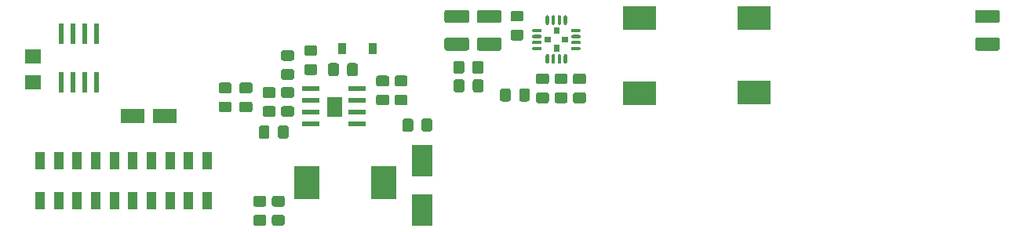
<source format=gbp>
G04 #@! TF.GenerationSoftware,KiCad,Pcbnew,(5.1.5)-3*
G04 #@! TF.CreationDate,2020-06-07T00:53:48-04:00*
G04 #@! TF.ProjectId,PowerBoth,506f7765-7242-46f7-9468-2e6b69636164,rev?*
G04 #@! TF.SameCoordinates,Original*
G04 #@! TF.FileFunction,Paste,Bot*
G04 #@! TF.FilePolarity,Positive*
%FSLAX46Y46*%
G04 Gerber Fmt 4.6, Leading zero omitted, Abs format (unit mm)*
G04 Created by KiCad (PCBNEW (5.1.5)-3) date 2020-06-07 00:53:48*
%MOMM*%
%LPD*%
G04 APERTURE LIST*
%ADD10C,0.100000*%
%ADD11C,0.010000*%
%ADD12R,3.606800X2.641600*%
%ADD13R,0.900000X1.200000*%
%ADD14R,2.300000X3.500000*%
%ADD15R,2.700000X3.600000*%
%ADD16R,1.970000X0.600000*%
%ADD17R,2.570000X1.650000*%
%ADD18R,1.120000X1.830000*%
%ADD19R,0.600000X2.200000*%
%ADD20R,1.800000X1.600000*%
G04 APERTURE END LIST*
D10*
G36*
X203400000Y-124450000D02*
G01*
X203400000Y-125050000D01*
X202700000Y-125050000D01*
X202700000Y-124450000D01*
X203400000Y-124450000D01*
G37*
G36*
X205300000Y-124450000D02*
G01*
X205300000Y-125050000D01*
X204600000Y-125050000D01*
X204600000Y-124450000D01*
X205300000Y-124450000D01*
G37*
G36*
X204300000Y-124150000D02*
G01*
X203700000Y-124150000D01*
X203700000Y-123450000D01*
X204300000Y-123450000D01*
X204300000Y-124150000D01*
G37*
G36*
X204300000Y-126050000D02*
G01*
X203700000Y-126050000D01*
X203700000Y-125350000D01*
X204300000Y-125350000D01*
X204300000Y-126050000D01*
G37*
D11*
G36*
X180763169Y-130960000D02*
G01*
X179238000Y-130960000D01*
X179238000Y-133041600D01*
X180763169Y-133041600D01*
X180763169Y-130960000D01*
G37*
X180763169Y-130960000D02*
X179238000Y-130960000D01*
X179238000Y-133041600D01*
X180763169Y-133041600D01*
X180763169Y-130960000D01*
D10*
G36*
X203042154Y-122125843D02*
G01*
X203059142Y-122128363D01*
X203075801Y-122132535D01*
X203091971Y-122138321D01*
X203107495Y-122145664D01*
X203122226Y-122154493D01*
X203136020Y-122164723D01*
X203148745Y-122176256D01*
X203160278Y-122188981D01*
X203170508Y-122202775D01*
X203179337Y-122217506D01*
X203186680Y-122233030D01*
X203192466Y-122249200D01*
X203196638Y-122265859D01*
X203199158Y-122282847D01*
X203200001Y-122300000D01*
X203200001Y-123000000D01*
X203199158Y-123017153D01*
X203196638Y-123034141D01*
X203192466Y-123050800D01*
X203186680Y-123066970D01*
X203179337Y-123082494D01*
X203170508Y-123097225D01*
X203160278Y-123111019D01*
X203148745Y-123123744D01*
X203136020Y-123135277D01*
X203122226Y-123145507D01*
X203107495Y-123154336D01*
X203091971Y-123161679D01*
X203075801Y-123167465D01*
X203059142Y-123171637D01*
X203042154Y-123174157D01*
X203025001Y-123175000D01*
X203024999Y-123175000D01*
X203007846Y-123174157D01*
X202990858Y-123171637D01*
X202974199Y-123167465D01*
X202958029Y-123161679D01*
X202942505Y-123154336D01*
X202927774Y-123145507D01*
X202913980Y-123135277D01*
X202901255Y-123123744D01*
X202889722Y-123111019D01*
X202879492Y-123097225D01*
X202870663Y-123082494D01*
X202863320Y-123066970D01*
X202857534Y-123050800D01*
X202853362Y-123034141D01*
X202850842Y-123017153D01*
X202849999Y-123000000D01*
X202849999Y-122300000D01*
X202850842Y-122282847D01*
X202853362Y-122265859D01*
X202857534Y-122249200D01*
X202863320Y-122233030D01*
X202870663Y-122217506D01*
X202879492Y-122202775D01*
X202889722Y-122188981D01*
X202901255Y-122176256D01*
X202913980Y-122164723D01*
X202927774Y-122154493D01*
X202942505Y-122145664D01*
X202958029Y-122138321D01*
X202974199Y-122132535D01*
X202990858Y-122128363D01*
X203007846Y-122125843D01*
X203024999Y-122125000D01*
X203025001Y-122125000D01*
X203042154Y-122125843D01*
G37*
G36*
X203692154Y-122125843D02*
G01*
X203709142Y-122128363D01*
X203725801Y-122132535D01*
X203741971Y-122138321D01*
X203757495Y-122145664D01*
X203772226Y-122154493D01*
X203786020Y-122164723D01*
X203798745Y-122176256D01*
X203810278Y-122188981D01*
X203820508Y-122202775D01*
X203829337Y-122217506D01*
X203836680Y-122233030D01*
X203842466Y-122249200D01*
X203846638Y-122265859D01*
X203849158Y-122282847D01*
X203850001Y-122300000D01*
X203850001Y-123000000D01*
X203849158Y-123017153D01*
X203846638Y-123034141D01*
X203842466Y-123050800D01*
X203836680Y-123066970D01*
X203829337Y-123082494D01*
X203820508Y-123097225D01*
X203810278Y-123111019D01*
X203798745Y-123123744D01*
X203786020Y-123135277D01*
X203772226Y-123145507D01*
X203757495Y-123154336D01*
X203741971Y-123161679D01*
X203725801Y-123167465D01*
X203709142Y-123171637D01*
X203692154Y-123174157D01*
X203675001Y-123175000D01*
X203674999Y-123175000D01*
X203657846Y-123174157D01*
X203640858Y-123171637D01*
X203624199Y-123167465D01*
X203608029Y-123161679D01*
X203592505Y-123154336D01*
X203577774Y-123145507D01*
X203563980Y-123135277D01*
X203551255Y-123123744D01*
X203539722Y-123111019D01*
X203529492Y-123097225D01*
X203520663Y-123082494D01*
X203513320Y-123066970D01*
X203507534Y-123050800D01*
X203503362Y-123034141D01*
X203500842Y-123017153D01*
X203499999Y-123000000D01*
X203499999Y-122300000D01*
X203500842Y-122282847D01*
X203503362Y-122265859D01*
X203507534Y-122249200D01*
X203513320Y-122233030D01*
X203520663Y-122217506D01*
X203529492Y-122202775D01*
X203539722Y-122188981D01*
X203551255Y-122176256D01*
X203563980Y-122164723D01*
X203577774Y-122154493D01*
X203592505Y-122145664D01*
X203608029Y-122138321D01*
X203624199Y-122132535D01*
X203640858Y-122128363D01*
X203657846Y-122125843D01*
X203674999Y-122125000D01*
X203675001Y-122125000D01*
X203692154Y-122125843D01*
G37*
G36*
X204342154Y-122125843D02*
G01*
X204359142Y-122128363D01*
X204375801Y-122132535D01*
X204391971Y-122138321D01*
X204407495Y-122145664D01*
X204422226Y-122154493D01*
X204436020Y-122164723D01*
X204448745Y-122176256D01*
X204460278Y-122188981D01*
X204470508Y-122202775D01*
X204479337Y-122217506D01*
X204486680Y-122233030D01*
X204492466Y-122249200D01*
X204496638Y-122265859D01*
X204499158Y-122282847D01*
X204500001Y-122300000D01*
X204500001Y-123000000D01*
X204499158Y-123017153D01*
X204496638Y-123034141D01*
X204492466Y-123050800D01*
X204486680Y-123066970D01*
X204479337Y-123082494D01*
X204470508Y-123097225D01*
X204460278Y-123111019D01*
X204448745Y-123123744D01*
X204436020Y-123135277D01*
X204422226Y-123145507D01*
X204407495Y-123154336D01*
X204391971Y-123161679D01*
X204375801Y-123167465D01*
X204359142Y-123171637D01*
X204342154Y-123174157D01*
X204325001Y-123175000D01*
X204324999Y-123175000D01*
X204307846Y-123174157D01*
X204290858Y-123171637D01*
X204274199Y-123167465D01*
X204258029Y-123161679D01*
X204242505Y-123154336D01*
X204227774Y-123145507D01*
X204213980Y-123135277D01*
X204201255Y-123123744D01*
X204189722Y-123111019D01*
X204179492Y-123097225D01*
X204170663Y-123082494D01*
X204163320Y-123066970D01*
X204157534Y-123050800D01*
X204153362Y-123034141D01*
X204150842Y-123017153D01*
X204149999Y-123000000D01*
X204149999Y-122300000D01*
X204150842Y-122282847D01*
X204153362Y-122265859D01*
X204157534Y-122249200D01*
X204163320Y-122233030D01*
X204170663Y-122217506D01*
X204179492Y-122202775D01*
X204189722Y-122188981D01*
X204201255Y-122176256D01*
X204213980Y-122164723D01*
X204227774Y-122154493D01*
X204242505Y-122145664D01*
X204258029Y-122138321D01*
X204274199Y-122132535D01*
X204290858Y-122128363D01*
X204307846Y-122125843D01*
X204324999Y-122125000D01*
X204325001Y-122125000D01*
X204342154Y-122125843D01*
G37*
G36*
X204992154Y-122125843D02*
G01*
X205009142Y-122128363D01*
X205025801Y-122132535D01*
X205041971Y-122138321D01*
X205057495Y-122145664D01*
X205072226Y-122154493D01*
X205086020Y-122164723D01*
X205098745Y-122176256D01*
X205110278Y-122188981D01*
X205120508Y-122202775D01*
X205129337Y-122217506D01*
X205136680Y-122233030D01*
X205142466Y-122249200D01*
X205146638Y-122265859D01*
X205149158Y-122282847D01*
X205150001Y-122300000D01*
X205150001Y-123000000D01*
X205149158Y-123017153D01*
X205146638Y-123034141D01*
X205142466Y-123050800D01*
X205136680Y-123066970D01*
X205129337Y-123082494D01*
X205120508Y-123097225D01*
X205110278Y-123111019D01*
X205098745Y-123123744D01*
X205086020Y-123135277D01*
X205072226Y-123145507D01*
X205057495Y-123154336D01*
X205041971Y-123161679D01*
X205025801Y-123167465D01*
X205009142Y-123171637D01*
X204992154Y-123174157D01*
X204975001Y-123175000D01*
X204974999Y-123175000D01*
X204957846Y-123174157D01*
X204940858Y-123171637D01*
X204924199Y-123167465D01*
X204908029Y-123161679D01*
X204892505Y-123154336D01*
X204877774Y-123145507D01*
X204863980Y-123135277D01*
X204851255Y-123123744D01*
X204839722Y-123111019D01*
X204829492Y-123097225D01*
X204820663Y-123082494D01*
X204813320Y-123066970D01*
X204807534Y-123050800D01*
X204803362Y-123034141D01*
X204800842Y-123017153D01*
X204799999Y-123000000D01*
X204799999Y-122300000D01*
X204800842Y-122282847D01*
X204803362Y-122265859D01*
X204807534Y-122249200D01*
X204813320Y-122233030D01*
X204820663Y-122217506D01*
X204829492Y-122202775D01*
X204839722Y-122188981D01*
X204851255Y-122176256D01*
X204863980Y-122164723D01*
X204877774Y-122154493D01*
X204892505Y-122145664D01*
X204908029Y-122138321D01*
X204924199Y-122132535D01*
X204940858Y-122128363D01*
X204957846Y-122125843D01*
X204974999Y-122125000D01*
X204975001Y-122125000D01*
X204992154Y-122125843D01*
G37*
G36*
X206467153Y-123600842D02*
G01*
X206484141Y-123603362D01*
X206500800Y-123607534D01*
X206516970Y-123613320D01*
X206532494Y-123620663D01*
X206547225Y-123629492D01*
X206561019Y-123639722D01*
X206573744Y-123651255D01*
X206585277Y-123663980D01*
X206595507Y-123677774D01*
X206604336Y-123692505D01*
X206611679Y-123708029D01*
X206617465Y-123724199D01*
X206621637Y-123740858D01*
X206624157Y-123757846D01*
X206625000Y-123774999D01*
X206625000Y-123775001D01*
X206624157Y-123792154D01*
X206621637Y-123809142D01*
X206617465Y-123825801D01*
X206611679Y-123841971D01*
X206604336Y-123857495D01*
X206595507Y-123872226D01*
X206585277Y-123886020D01*
X206573744Y-123898745D01*
X206561019Y-123910278D01*
X206547225Y-123920508D01*
X206532494Y-123929337D01*
X206516970Y-123936680D01*
X206500800Y-123942466D01*
X206484141Y-123946638D01*
X206467153Y-123949158D01*
X206450000Y-123950001D01*
X205750000Y-123950001D01*
X205732847Y-123949158D01*
X205715859Y-123946638D01*
X205699200Y-123942466D01*
X205683030Y-123936680D01*
X205667506Y-123929337D01*
X205652775Y-123920508D01*
X205638981Y-123910278D01*
X205626256Y-123898745D01*
X205614723Y-123886020D01*
X205604493Y-123872226D01*
X205595664Y-123857495D01*
X205588321Y-123841971D01*
X205582535Y-123825801D01*
X205578363Y-123809142D01*
X205575843Y-123792154D01*
X205575000Y-123775001D01*
X205575000Y-123774999D01*
X205575843Y-123757846D01*
X205578363Y-123740858D01*
X205582535Y-123724199D01*
X205588321Y-123708029D01*
X205595664Y-123692505D01*
X205604493Y-123677774D01*
X205614723Y-123663980D01*
X205626256Y-123651255D01*
X205638981Y-123639722D01*
X205652775Y-123629492D01*
X205667506Y-123620663D01*
X205683030Y-123613320D01*
X205699200Y-123607534D01*
X205715859Y-123603362D01*
X205732847Y-123600842D01*
X205750000Y-123599999D01*
X206450000Y-123599999D01*
X206467153Y-123600842D01*
G37*
G36*
X206467153Y-124250842D02*
G01*
X206484141Y-124253362D01*
X206500800Y-124257534D01*
X206516970Y-124263320D01*
X206532494Y-124270663D01*
X206547225Y-124279492D01*
X206561019Y-124289722D01*
X206573744Y-124301255D01*
X206585277Y-124313980D01*
X206595507Y-124327774D01*
X206604336Y-124342505D01*
X206611679Y-124358029D01*
X206617465Y-124374199D01*
X206621637Y-124390858D01*
X206624157Y-124407846D01*
X206625000Y-124424999D01*
X206625000Y-124425001D01*
X206624157Y-124442154D01*
X206621637Y-124459142D01*
X206617465Y-124475801D01*
X206611679Y-124491971D01*
X206604336Y-124507495D01*
X206595507Y-124522226D01*
X206585277Y-124536020D01*
X206573744Y-124548745D01*
X206561019Y-124560278D01*
X206547225Y-124570508D01*
X206532494Y-124579337D01*
X206516970Y-124586680D01*
X206500800Y-124592466D01*
X206484141Y-124596638D01*
X206467153Y-124599158D01*
X206450000Y-124600001D01*
X205750000Y-124600001D01*
X205732847Y-124599158D01*
X205715859Y-124596638D01*
X205699200Y-124592466D01*
X205683030Y-124586680D01*
X205667506Y-124579337D01*
X205652775Y-124570508D01*
X205638981Y-124560278D01*
X205626256Y-124548745D01*
X205614723Y-124536020D01*
X205604493Y-124522226D01*
X205595664Y-124507495D01*
X205588321Y-124491971D01*
X205582535Y-124475801D01*
X205578363Y-124459142D01*
X205575843Y-124442154D01*
X205575000Y-124425001D01*
X205575000Y-124424999D01*
X205575843Y-124407846D01*
X205578363Y-124390858D01*
X205582535Y-124374199D01*
X205588321Y-124358029D01*
X205595664Y-124342505D01*
X205604493Y-124327774D01*
X205614723Y-124313980D01*
X205626256Y-124301255D01*
X205638981Y-124289722D01*
X205652775Y-124279492D01*
X205667506Y-124270663D01*
X205683030Y-124263320D01*
X205699200Y-124257534D01*
X205715859Y-124253362D01*
X205732847Y-124250842D01*
X205750000Y-124249999D01*
X206450000Y-124249999D01*
X206467153Y-124250842D01*
G37*
G36*
X206467153Y-124900842D02*
G01*
X206484141Y-124903362D01*
X206500800Y-124907534D01*
X206516970Y-124913320D01*
X206532494Y-124920663D01*
X206547225Y-124929492D01*
X206561019Y-124939722D01*
X206573744Y-124951255D01*
X206585277Y-124963980D01*
X206595507Y-124977774D01*
X206604336Y-124992505D01*
X206611679Y-125008029D01*
X206617465Y-125024199D01*
X206621637Y-125040858D01*
X206624157Y-125057846D01*
X206625000Y-125074999D01*
X206625000Y-125075001D01*
X206624157Y-125092154D01*
X206621637Y-125109142D01*
X206617465Y-125125801D01*
X206611679Y-125141971D01*
X206604336Y-125157495D01*
X206595507Y-125172226D01*
X206585277Y-125186020D01*
X206573744Y-125198745D01*
X206561019Y-125210278D01*
X206547225Y-125220508D01*
X206532494Y-125229337D01*
X206516970Y-125236680D01*
X206500800Y-125242466D01*
X206484141Y-125246638D01*
X206467153Y-125249158D01*
X206450000Y-125250001D01*
X205750000Y-125250001D01*
X205732847Y-125249158D01*
X205715859Y-125246638D01*
X205699200Y-125242466D01*
X205683030Y-125236680D01*
X205667506Y-125229337D01*
X205652775Y-125220508D01*
X205638981Y-125210278D01*
X205626256Y-125198745D01*
X205614723Y-125186020D01*
X205604493Y-125172226D01*
X205595664Y-125157495D01*
X205588321Y-125141971D01*
X205582535Y-125125801D01*
X205578363Y-125109142D01*
X205575843Y-125092154D01*
X205575000Y-125075001D01*
X205575000Y-125074999D01*
X205575843Y-125057846D01*
X205578363Y-125040858D01*
X205582535Y-125024199D01*
X205588321Y-125008029D01*
X205595664Y-124992505D01*
X205604493Y-124977774D01*
X205614723Y-124963980D01*
X205626256Y-124951255D01*
X205638981Y-124939722D01*
X205652775Y-124929492D01*
X205667506Y-124920663D01*
X205683030Y-124913320D01*
X205699200Y-124907534D01*
X205715859Y-124903362D01*
X205732847Y-124900842D01*
X205750000Y-124899999D01*
X206450000Y-124899999D01*
X206467153Y-124900842D01*
G37*
G36*
X206467153Y-125550842D02*
G01*
X206484141Y-125553362D01*
X206500800Y-125557534D01*
X206516970Y-125563320D01*
X206532494Y-125570663D01*
X206547225Y-125579492D01*
X206561019Y-125589722D01*
X206573744Y-125601255D01*
X206585277Y-125613980D01*
X206595507Y-125627774D01*
X206604336Y-125642505D01*
X206611679Y-125658029D01*
X206617465Y-125674199D01*
X206621637Y-125690858D01*
X206624157Y-125707846D01*
X206625000Y-125724999D01*
X206625000Y-125725001D01*
X206624157Y-125742154D01*
X206621637Y-125759142D01*
X206617465Y-125775801D01*
X206611679Y-125791971D01*
X206604336Y-125807495D01*
X206595507Y-125822226D01*
X206585277Y-125836020D01*
X206573744Y-125848745D01*
X206561019Y-125860278D01*
X206547225Y-125870508D01*
X206532494Y-125879337D01*
X206516970Y-125886680D01*
X206500800Y-125892466D01*
X206484141Y-125896638D01*
X206467153Y-125899158D01*
X206450000Y-125900001D01*
X205750000Y-125900001D01*
X205732847Y-125899158D01*
X205715859Y-125896638D01*
X205699200Y-125892466D01*
X205683030Y-125886680D01*
X205667506Y-125879337D01*
X205652775Y-125870508D01*
X205638981Y-125860278D01*
X205626256Y-125848745D01*
X205614723Y-125836020D01*
X205604493Y-125822226D01*
X205595664Y-125807495D01*
X205588321Y-125791971D01*
X205582535Y-125775801D01*
X205578363Y-125759142D01*
X205575843Y-125742154D01*
X205575000Y-125725001D01*
X205575000Y-125724999D01*
X205575843Y-125707846D01*
X205578363Y-125690858D01*
X205582535Y-125674199D01*
X205588321Y-125658029D01*
X205595664Y-125642505D01*
X205604493Y-125627774D01*
X205614723Y-125613980D01*
X205626256Y-125601255D01*
X205638981Y-125589722D01*
X205652775Y-125579492D01*
X205667506Y-125570663D01*
X205683030Y-125563320D01*
X205699200Y-125557534D01*
X205715859Y-125553362D01*
X205732847Y-125550842D01*
X205750000Y-125549999D01*
X206450000Y-125549999D01*
X206467153Y-125550842D01*
G37*
G36*
X204992154Y-126325843D02*
G01*
X205009142Y-126328363D01*
X205025801Y-126332535D01*
X205041971Y-126338321D01*
X205057495Y-126345664D01*
X205072226Y-126354493D01*
X205086020Y-126364723D01*
X205098745Y-126376256D01*
X205110278Y-126388981D01*
X205120508Y-126402775D01*
X205129337Y-126417506D01*
X205136680Y-126433030D01*
X205142466Y-126449200D01*
X205146638Y-126465859D01*
X205149158Y-126482847D01*
X205150001Y-126500000D01*
X205150001Y-127200000D01*
X205149158Y-127217153D01*
X205146638Y-127234141D01*
X205142466Y-127250800D01*
X205136680Y-127266970D01*
X205129337Y-127282494D01*
X205120508Y-127297225D01*
X205110278Y-127311019D01*
X205098745Y-127323744D01*
X205086020Y-127335277D01*
X205072226Y-127345507D01*
X205057495Y-127354336D01*
X205041971Y-127361679D01*
X205025801Y-127367465D01*
X205009142Y-127371637D01*
X204992154Y-127374157D01*
X204975001Y-127375000D01*
X204974999Y-127375000D01*
X204957846Y-127374157D01*
X204940858Y-127371637D01*
X204924199Y-127367465D01*
X204908029Y-127361679D01*
X204892505Y-127354336D01*
X204877774Y-127345507D01*
X204863980Y-127335277D01*
X204851255Y-127323744D01*
X204839722Y-127311019D01*
X204829492Y-127297225D01*
X204820663Y-127282494D01*
X204813320Y-127266970D01*
X204807534Y-127250800D01*
X204803362Y-127234141D01*
X204800842Y-127217153D01*
X204799999Y-127200000D01*
X204799999Y-126500000D01*
X204800842Y-126482847D01*
X204803362Y-126465859D01*
X204807534Y-126449200D01*
X204813320Y-126433030D01*
X204820663Y-126417506D01*
X204829492Y-126402775D01*
X204839722Y-126388981D01*
X204851255Y-126376256D01*
X204863980Y-126364723D01*
X204877774Y-126354493D01*
X204892505Y-126345664D01*
X204908029Y-126338321D01*
X204924199Y-126332535D01*
X204940858Y-126328363D01*
X204957846Y-126325843D01*
X204974999Y-126325000D01*
X204975001Y-126325000D01*
X204992154Y-126325843D01*
G37*
G36*
X204342154Y-126325843D02*
G01*
X204359142Y-126328363D01*
X204375801Y-126332535D01*
X204391971Y-126338321D01*
X204407495Y-126345664D01*
X204422226Y-126354493D01*
X204436020Y-126364723D01*
X204448745Y-126376256D01*
X204460278Y-126388981D01*
X204470508Y-126402775D01*
X204479337Y-126417506D01*
X204486680Y-126433030D01*
X204492466Y-126449200D01*
X204496638Y-126465859D01*
X204499158Y-126482847D01*
X204500001Y-126500000D01*
X204500001Y-127200000D01*
X204499158Y-127217153D01*
X204496638Y-127234141D01*
X204492466Y-127250800D01*
X204486680Y-127266970D01*
X204479337Y-127282494D01*
X204470508Y-127297225D01*
X204460278Y-127311019D01*
X204448745Y-127323744D01*
X204436020Y-127335277D01*
X204422226Y-127345507D01*
X204407495Y-127354336D01*
X204391971Y-127361679D01*
X204375801Y-127367465D01*
X204359142Y-127371637D01*
X204342154Y-127374157D01*
X204325001Y-127375000D01*
X204324999Y-127375000D01*
X204307846Y-127374157D01*
X204290858Y-127371637D01*
X204274199Y-127367465D01*
X204258029Y-127361679D01*
X204242505Y-127354336D01*
X204227774Y-127345507D01*
X204213980Y-127335277D01*
X204201255Y-127323744D01*
X204189722Y-127311019D01*
X204179492Y-127297225D01*
X204170663Y-127282494D01*
X204163320Y-127266970D01*
X204157534Y-127250800D01*
X204153362Y-127234141D01*
X204150842Y-127217153D01*
X204149999Y-127200000D01*
X204149999Y-126500000D01*
X204150842Y-126482847D01*
X204153362Y-126465859D01*
X204157534Y-126449200D01*
X204163320Y-126433030D01*
X204170663Y-126417506D01*
X204179492Y-126402775D01*
X204189722Y-126388981D01*
X204201255Y-126376256D01*
X204213980Y-126364723D01*
X204227774Y-126354493D01*
X204242505Y-126345664D01*
X204258029Y-126338321D01*
X204274199Y-126332535D01*
X204290858Y-126328363D01*
X204307846Y-126325843D01*
X204324999Y-126325000D01*
X204325001Y-126325000D01*
X204342154Y-126325843D01*
G37*
G36*
X203692154Y-126325843D02*
G01*
X203709142Y-126328363D01*
X203725801Y-126332535D01*
X203741971Y-126338321D01*
X203757495Y-126345664D01*
X203772226Y-126354493D01*
X203786020Y-126364723D01*
X203798745Y-126376256D01*
X203810278Y-126388981D01*
X203820508Y-126402775D01*
X203829337Y-126417506D01*
X203836680Y-126433030D01*
X203842466Y-126449200D01*
X203846638Y-126465859D01*
X203849158Y-126482847D01*
X203850001Y-126500000D01*
X203850001Y-127200000D01*
X203849158Y-127217153D01*
X203846638Y-127234141D01*
X203842466Y-127250800D01*
X203836680Y-127266970D01*
X203829337Y-127282494D01*
X203820508Y-127297225D01*
X203810278Y-127311019D01*
X203798745Y-127323744D01*
X203786020Y-127335277D01*
X203772226Y-127345507D01*
X203757495Y-127354336D01*
X203741971Y-127361679D01*
X203725801Y-127367465D01*
X203709142Y-127371637D01*
X203692154Y-127374157D01*
X203675001Y-127375000D01*
X203674999Y-127375000D01*
X203657846Y-127374157D01*
X203640858Y-127371637D01*
X203624199Y-127367465D01*
X203608029Y-127361679D01*
X203592505Y-127354336D01*
X203577774Y-127345507D01*
X203563980Y-127335277D01*
X203551255Y-127323744D01*
X203539722Y-127311019D01*
X203529492Y-127297225D01*
X203520663Y-127282494D01*
X203513320Y-127266970D01*
X203507534Y-127250800D01*
X203503362Y-127234141D01*
X203500842Y-127217153D01*
X203499999Y-127200000D01*
X203499999Y-126500000D01*
X203500842Y-126482847D01*
X203503362Y-126465859D01*
X203507534Y-126449200D01*
X203513320Y-126433030D01*
X203520663Y-126417506D01*
X203529492Y-126402775D01*
X203539722Y-126388981D01*
X203551255Y-126376256D01*
X203563980Y-126364723D01*
X203577774Y-126354493D01*
X203592505Y-126345664D01*
X203608029Y-126338321D01*
X203624199Y-126332535D01*
X203640858Y-126328363D01*
X203657846Y-126325843D01*
X203674999Y-126325000D01*
X203675001Y-126325000D01*
X203692154Y-126325843D01*
G37*
G36*
X203042154Y-126325843D02*
G01*
X203059142Y-126328363D01*
X203075801Y-126332535D01*
X203091971Y-126338321D01*
X203107495Y-126345664D01*
X203122226Y-126354493D01*
X203136020Y-126364723D01*
X203148745Y-126376256D01*
X203160278Y-126388981D01*
X203170508Y-126402775D01*
X203179337Y-126417506D01*
X203186680Y-126433030D01*
X203192466Y-126449200D01*
X203196638Y-126465859D01*
X203199158Y-126482847D01*
X203200001Y-126500000D01*
X203200001Y-127200000D01*
X203199158Y-127217153D01*
X203196638Y-127234141D01*
X203192466Y-127250800D01*
X203186680Y-127266970D01*
X203179337Y-127282494D01*
X203170508Y-127297225D01*
X203160278Y-127311019D01*
X203148745Y-127323744D01*
X203136020Y-127335277D01*
X203122226Y-127345507D01*
X203107495Y-127354336D01*
X203091971Y-127361679D01*
X203075801Y-127367465D01*
X203059142Y-127371637D01*
X203042154Y-127374157D01*
X203025001Y-127375000D01*
X203024999Y-127375000D01*
X203007846Y-127374157D01*
X202990858Y-127371637D01*
X202974199Y-127367465D01*
X202958029Y-127361679D01*
X202942505Y-127354336D01*
X202927774Y-127345507D01*
X202913980Y-127335277D01*
X202901255Y-127323744D01*
X202889722Y-127311019D01*
X202879492Y-127297225D01*
X202870663Y-127282494D01*
X202863320Y-127266970D01*
X202857534Y-127250800D01*
X202853362Y-127234141D01*
X202850842Y-127217153D01*
X202849999Y-127200000D01*
X202849999Y-126500000D01*
X202850842Y-126482847D01*
X202853362Y-126465859D01*
X202857534Y-126449200D01*
X202863320Y-126433030D01*
X202870663Y-126417506D01*
X202879492Y-126402775D01*
X202889722Y-126388981D01*
X202901255Y-126376256D01*
X202913980Y-126364723D01*
X202927774Y-126354493D01*
X202942505Y-126345664D01*
X202958029Y-126338321D01*
X202974199Y-126332535D01*
X202990858Y-126328363D01*
X203007846Y-126325843D01*
X203024999Y-126325000D01*
X203025001Y-126325000D01*
X203042154Y-126325843D01*
G37*
G36*
X202267153Y-125550842D02*
G01*
X202284141Y-125553362D01*
X202300800Y-125557534D01*
X202316970Y-125563320D01*
X202332494Y-125570663D01*
X202347225Y-125579492D01*
X202361019Y-125589722D01*
X202373744Y-125601255D01*
X202385277Y-125613980D01*
X202395507Y-125627774D01*
X202404336Y-125642505D01*
X202411679Y-125658029D01*
X202417465Y-125674199D01*
X202421637Y-125690858D01*
X202424157Y-125707846D01*
X202425000Y-125724999D01*
X202425000Y-125725001D01*
X202424157Y-125742154D01*
X202421637Y-125759142D01*
X202417465Y-125775801D01*
X202411679Y-125791971D01*
X202404336Y-125807495D01*
X202395507Y-125822226D01*
X202385277Y-125836020D01*
X202373744Y-125848745D01*
X202361019Y-125860278D01*
X202347225Y-125870508D01*
X202332494Y-125879337D01*
X202316970Y-125886680D01*
X202300800Y-125892466D01*
X202284141Y-125896638D01*
X202267153Y-125899158D01*
X202250000Y-125900001D01*
X201550000Y-125900001D01*
X201532847Y-125899158D01*
X201515859Y-125896638D01*
X201499200Y-125892466D01*
X201483030Y-125886680D01*
X201467506Y-125879337D01*
X201452775Y-125870508D01*
X201438981Y-125860278D01*
X201426256Y-125848745D01*
X201414723Y-125836020D01*
X201404493Y-125822226D01*
X201395664Y-125807495D01*
X201388321Y-125791971D01*
X201382535Y-125775801D01*
X201378363Y-125759142D01*
X201375843Y-125742154D01*
X201375000Y-125725001D01*
X201375000Y-125724999D01*
X201375843Y-125707846D01*
X201378363Y-125690858D01*
X201382535Y-125674199D01*
X201388321Y-125658029D01*
X201395664Y-125642505D01*
X201404493Y-125627774D01*
X201414723Y-125613980D01*
X201426256Y-125601255D01*
X201438981Y-125589722D01*
X201452775Y-125579492D01*
X201467506Y-125570663D01*
X201483030Y-125563320D01*
X201499200Y-125557534D01*
X201515859Y-125553362D01*
X201532847Y-125550842D01*
X201550000Y-125549999D01*
X202250000Y-125549999D01*
X202267153Y-125550842D01*
G37*
G36*
X202267153Y-124900842D02*
G01*
X202284141Y-124903362D01*
X202300800Y-124907534D01*
X202316970Y-124913320D01*
X202332494Y-124920663D01*
X202347225Y-124929492D01*
X202361019Y-124939722D01*
X202373744Y-124951255D01*
X202385277Y-124963980D01*
X202395507Y-124977774D01*
X202404336Y-124992505D01*
X202411679Y-125008029D01*
X202417465Y-125024199D01*
X202421637Y-125040858D01*
X202424157Y-125057846D01*
X202425000Y-125074999D01*
X202425000Y-125075001D01*
X202424157Y-125092154D01*
X202421637Y-125109142D01*
X202417465Y-125125801D01*
X202411679Y-125141971D01*
X202404336Y-125157495D01*
X202395507Y-125172226D01*
X202385277Y-125186020D01*
X202373744Y-125198745D01*
X202361019Y-125210278D01*
X202347225Y-125220508D01*
X202332494Y-125229337D01*
X202316970Y-125236680D01*
X202300800Y-125242466D01*
X202284141Y-125246638D01*
X202267153Y-125249158D01*
X202250000Y-125250001D01*
X201550000Y-125250001D01*
X201532847Y-125249158D01*
X201515859Y-125246638D01*
X201499200Y-125242466D01*
X201483030Y-125236680D01*
X201467506Y-125229337D01*
X201452775Y-125220508D01*
X201438981Y-125210278D01*
X201426256Y-125198745D01*
X201414723Y-125186020D01*
X201404493Y-125172226D01*
X201395664Y-125157495D01*
X201388321Y-125141971D01*
X201382535Y-125125801D01*
X201378363Y-125109142D01*
X201375843Y-125092154D01*
X201375000Y-125075001D01*
X201375000Y-125074999D01*
X201375843Y-125057846D01*
X201378363Y-125040858D01*
X201382535Y-125024199D01*
X201388321Y-125008029D01*
X201395664Y-124992505D01*
X201404493Y-124977774D01*
X201414723Y-124963980D01*
X201426256Y-124951255D01*
X201438981Y-124939722D01*
X201452775Y-124929492D01*
X201467506Y-124920663D01*
X201483030Y-124913320D01*
X201499200Y-124907534D01*
X201515859Y-124903362D01*
X201532847Y-124900842D01*
X201550000Y-124899999D01*
X202250000Y-124899999D01*
X202267153Y-124900842D01*
G37*
G36*
X202267153Y-124250842D02*
G01*
X202284141Y-124253362D01*
X202300800Y-124257534D01*
X202316970Y-124263320D01*
X202332494Y-124270663D01*
X202347225Y-124279492D01*
X202361019Y-124289722D01*
X202373744Y-124301255D01*
X202385277Y-124313980D01*
X202395507Y-124327774D01*
X202404336Y-124342505D01*
X202411679Y-124358029D01*
X202417465Y-124374199D01*
X202421637Y-124390858D01*
X202424157Y-124407846D01*
X202425000Y-124424999D01*
X202425000Y-124425001D01*
X202424157Y-124442154D01*
X202421637Y-124459142D01*
X202417465Y-124475801D01*
X202411679Y-124491971D01*
X202404336Y-124507495D01*
X202395507Y-124522226D01*
X202385277Y-124536020D01*
X202373744Y-124548745D01*
X202361019Y-124560278D01*
X202347225Y-124570508D01*
X202332494Y-124579337D01*
X202316970Y-124586680D01*
X202300800Y-124592466D01*
X202284141Y-124596638D01*
X202267153Y-124599158D01*
X202250000Y-124600001D01*
X201550000Y-124600001D01*
X201532847Y-124599158D01*
X201515859Y-124596638D01*
X201499200Y-124592466D01*
X201483030Y-124586680D01*
X201467506Y-124579337D01*
X201452775Y-124570508D01*
X201438981Y-124560278D01*
X201426256Y-124548745D01*
X201414723Y-124536020D01*
X201404493Y-124522226D01*
X201395664Y-124507495D01*
X201388321Y-124491971D01*
X201382535Y-124475801D01*
X201378363Y-124459142D01*
X201375843Y-124442154D01*
X201375000Y-124425001D01*
X201375000Y-124424999D01*
X201375843Y-124407846D01*
X201378363Y-124390858D01*
X201382535Y-124374199D01*
X201388321Y-124358029D01*
X201395664Y-124342505D01*
X201404493Y-124327774D01*
X201414723Y-124313980D01*
X201426256Y-124301255D01*
X201438981Y-124289722D01*
X201452775Y-124279492D01*
X201467506Y-124270663D01*
X201483030Y-124263320D01*
X201499200Y-124257534D01*
X201515859Y-124253362D01*
X201532847Y-124250842D01*
X201550000Y-124249999D01*
X202250000Y-124249999D01*
X202267153Y-124250842D01*
G37*
G36*
X202267153Y-123600842D02*
G01*
X202284141Y-123603362D01*
X202300800Y-123607534D01*
X202316970Y-123613320D01*
X202332494Y-123620663D01*
X202347225Y-123629492D01*
X202361019Y-123639722D01*
X202373744Y-123651255D01*
X202385277Y-123663980D01*
X202395507Y-123677774D01*
X202404336Y-123692505D01*
X202411679Y-123708029D01*
X202417465Y-123724199D01*
X202421637Y-123740858D01*
X202424157Y-123757846D01*
X202425000Y-123774999D01*
X202425000Y-123775001D01*
X202424157Y-123792154D01*
X202421637Y-123809142D01*
X202417465Y-123825801D01*
X202411679Y-123841971D01*
X202404336Y-123857495D01*
X202395507Y-123872226D01*
X202385277Y-123886020D01*
X202373744Y-123898745D01*
X202361019Y-123910278D01*
X202347225Y-123920508D01*
X202332494Y-123929337D01*
X202316970Y-123936680D01*
X202300800Y-123942466D01*
X202284141Y-123946638D01*
X202267153Y-123949158D01*
X202250000Y-123950001D01*
X201550000Y-123950001D01*
X201532847Y-123949158D01*
X201515859Y-123946638D01*
X201499200Y-123942466D01*
X201483030Y-123936680D01*
X201467506Y-123929337D01*
X201452775Y-123920508D01*
X201438981Y-123910278D01*
X201426256Y-123898745D01*
X201414723Y-123886020D01*
X201404493Y-123872226D01*
X201395664Y-123857495D01*
X201388321Y-123841971D01*
X201382535Y-123825801D01*
X201378363Y-123809142D01*
X201375843Y-123792154D01*
X201375000Y-123775001D01*
X201375000Y-123774999D01*
X201375843Y-123757846D01*
X201378363Y-123740858D01*
X201382535Y-123724199D01*
X201388321Y-123708029D01*
X201395664Y-123692505D01*
X201404493Y-123677774D01*
X201414723Y-123663980D01*
X201426256Y-123651255D01*
X201438981Y-123639722D01*
X201452775Y-123629492D01*
X201467506Y-123620663D01*
X201483030Y-123613320D01*
X201499200Y-123607534D01*
X201515859Y-123603362D01*
X201532847Y-123600842D01*
X201550000Y-123599999D01*
X202250000Y-123599999D01*
X202267153Y-123600842D01*
G37*
D12*
X225300125Y-130477299D03*
X225300125Y-122425499D03*
D10*
G36*
X251599504Y-121551204D02*
G01*
X251623773Y-121554804D01*
X251647571Y-121560765D01*
X251670671Y-121569030D01*
X251692849Y-121579520D01*
X251713893Y-121592133D01*
X251733598Y-121606747D01*
X251751777Y-121623223D01*
X251768253Y-121641402D01*
X251782867Y-121661107D01*
X251795480Y-121682151D01*
X251805970Y-121704329D01*
X251814235Y-121727429D01*
X251820196Y-121751227D01*
X251823796Y-121775496D01*
X251825000Y-121800000D01*
X251825000Y-122725000D01*
X251823796Y-122749504D01*
X251820196Y-122773773D01*
X251814235Y-122797571D01*
X251805970Y-122820671D01*
X251795480Y-122842849D01*
X251782867Y-122863893D01*
X251768253Y-122883598D01*
X251751777Y-122901777D01*
X251733598Y-122918253D01*
X251713893Y-122932867D01*
X251692849Y-122945480D01*
X251670671Y-122955970D01*
X251647571Y-122964235D01*
X251623773Y-122970196D01*
X251599504Y-122973796D01*
X251575000Y-122975000D01*
X249425000Y-122975000D01*
X249400496Y-122973796D01*
X249376227Y-122970196D01*
X249352429Y-122964235D01*
X249329329Y-122955970D01*
X249307151Y-122945480D01*
X249286107Y-122932867D01*
X249266402Y-122918253D01*
X249248223Y-122901777D01*
X249231747Y-122883598D01*
X249217133Y-122863893D01*
X249204520Y-122842849D01*
X249194030Y-122820671D01*
X249185765Y-122797571D01*
X249179804Y-122773773D01*
X249176204Y-122749504D01*
X249175000Y-122725000D01*
X249175000Y-121800000D01*
X249176204Y-121775496D01*
X249179804Y-121751227D01*
X249185765Y-121727429D01*
X249194030Y-121704329D01*
X249204520Y-121682151D01*
X249217133Y-121661107D01*
X249231747Y-121641402D01*
X249248223Y-121623223D01*
X249266402Y-121606747D01*
X249286107Y-121592133D01*
X249307151Y-121579520D01*
X249329329Y-121569030D01*
X249352429Y-121560765D01*
X249376227Y-121554804D01*
X249400496Y-121551204D01*
X249425000Y-121550000D01*
X251575000Y-121550000D01*
X251599504Y-121551204D01*
G37*
G36*
X251599504Y-124526204D02*
G01*
X251623773Y-124529804D01*
X251647571Y-124535765D01*
X251670671Y-124544030D01*
X251692849Y-124554520D01*
X251713893Y-124567133D01*
X251733598Y-124581747D01*
X251751777Y-124598223D01*
X251768253Y-124616402D01*
X251782867Y-124636107D01*
X251795480Y-124657151D01*
X251805970Y-124679329D01*
X251814235Y-124702429D01*
X251820196Y-124726227D01*
X251823796Y-124750496D01*
X251825000Y-124775000D01*
X251825000Y-125700000D01*
X251823796Y-125724504D01*
X251820196Y-125748773D01*
X251814235Y-125772571D01*
X251805970Y-125795671D01*
X251795480Y-125817849D01*
X251782867Y-125838893D01*
X251768253Y-125858598D01*
X251751777Y-125876777D01*
X251733598Y-125893253D01*
X251713893Y-125907867D01*
X251692849Y-125920480D01*
X251670671Y-125930970D01*
X251647571Y-125939235D01*
X251623773Y-125945196D01*
X251599504Y-125948796D01*
X251575000Y-125950000D01*
X249425000Y-125950000D01*
X249400496Y-125948796D01*
X249376227Y-125945196D01*
X249352429Y-125939235D01*
X249329329Y-125930970D01*
X249307151Y-125920480D01*
X249286107Y-125907867D01*
X249266402Y-125893253D01*
X249248223Y-125876777D01*
X249231747Y-125858598D01*
X249217133Y-125838893D01*
X249204520Y-125817849D01*
X249194030Y-125795671D01*
X249185765Y-125772571D01*
X249179804Y-125748773D01*
X249176204Y-125724504D01*
X249175000Y-125700000D01*
X249175000Y-124775000D01*
X249176204Y-124750496D01*
X249179804Y-124726227D01*
X249185765Y-124702429D01*
X249194030Y-124679329D01*
X249204520Y-124657151D01*
X249217133Y-124636107D01*
X249231747Y-124616402D01*
X249248223Y-124598223D01*
X249266402Y-124581747D01*
X249286107Y-124567133D01*
X249307151Y-124554520D01*
X249329329Y-124544030D01*
X249352429Y-124535765D01*
X249376227Y-124529804D01*
X249400496Y-124526204D01*
X249425000Y-124525000D01*
X251575000Y-124525000D01*
X251599504Y-124526204D01*
G37*
G36*
X190374505Y-133301204D02*
G01*
X190398773Y-133304804D01*
X190422572Y-133310765D01*
X190445671Y-133319030D01*
X190467850Y-133329520D01*
X190488893Y-133342132D01*
X190508599Y-133356747D01*
X190526777Y-133373223D01*
X190543253Y-133391401D01*
X190557868Y-133411107D01*
X190570480Y-133432150D01*
X190580970Y-133454329D01*
X190589235Y-133477428D01*
X190595196Y-133501227D01*
X190598796Y-133525495D01*
X190600000Y-133549999D01*
X190600000Y-134450001D01*
X190598796Y-134474505D01*
X190595196Y-134498773D01*
X190589235Y-134522572D01*
X190580970Y-134545671D01*
X190570480Y-134567850D01*
X190557868Y-134588893D01*
X190543253Y-134608599D01*
X190526777Y-134626777D01*
X190508599Y-134643253D01*
X190488893Y-134657868D01*
X190467850Y-134670480D01*
X190445671Y-134680970D01*
X190422572Y-134689235D01*
X190398773Y-134695196D01*
X190374505Y-134698796D01*
X190350001Y-134700000D01*
X189699999Y-134700000D01*
X189675495Y-134698796D01*
X189651227Y-134695196D01*
X189627428Y-134689235D01*
X189604329Y-134680970D01*
X189582150Y-134670480D01*
X189561107Y-134657868D01*
X189541401Y-134643253D01*
X189523223Y-134626777D01*
X189506747Y-134608599D01*
X189492132Y-134588893D01*
X189479520Y-134567850D01*
X189469030Y-134545671D01*
X189460765Y-134522572D01*
X189454804Y-134498773D01*
X189451204Y-134474505D01*
X189450000Y-134450001D01*
X189450000Y-133549999D01*
X189451204Y-133525495D01*
X189454804Y-133501227D01*
X189460765Y-133477428D01*
X189469030Y-133454329D01*
X189479520Y-133432150D01*
X189492132Y-133411107D01*
X189506747Y-133391401D01*
X189523223Y-133373223D01*
X189541401Y-133356747D01*
X189561107Y-133342132D01*
X189582150Y-133329520D01*
X189604329Y-133319030D01*
X189627428Y-133310765D01*
X189651227Y-133304804D01*
X189675495Y-133301204D01*
X189699999Y-133300000D01*
X190350001Y-133300000D01*
X190374505Y-133301204D01*
G37*
G36*
X188324505Y-133301204D02*
G01*
X188348773Y-133304804D01*
X188372572Y-133310765D01*
X188395671Y-133319030D01*
X188417850Y-133329520D01*
X188438893Y-133342132D01*
X188458599Y-133356747D01*
X188476777Y-133373223D01*
X188493253Y-133391401D01*
X188507868Y-133411107D01*
X188520480Y-133432150D01*
X188530970Y-133454329D01*
X188539235Y-133477428D01*
X188545196Y-133501227D01*
X188548796Y-133525495D01*
X188550000Y-133549999D01*
X188550000Y-134450001D01*
X188548796Y-134474505D01*
X188545196Y-134498773D01*
X188539235Y-134522572D01*
X188530970Y-134545671D01*
X188520480Y-134567850D01*
X188507868Y-134588893D01*
X188493253Y-134608599D01*
X188476777Y-134626777D01*
X188458599Y-134643253D01*
X188438893Y-134657868D01*
X188417850Y-134670480D01*
X188395671Y-134680970D01*
X188372572Y-134689235D01*
X188348773Y-134695196D01*
X188324505Y-134698796D01*
X188300001Y-134700000D01*
X187649999Y-134700000D01*
X187625495Y-134698796D01*
X187601227Y-134695196D01*
X187577428Y-134689235D01*
X187554329Y-134680970D01*
X187532150Y-134670480D01*
X187511107Y-134657868D01*
X187491401Y-134643253D01*
X187473223Y-134626777D01*
X187456747Y-134608599D01*
X187442132Y-134588893D01*
X187429520Y-134567850D01*
X187419030Y-134545671D01*
X187410765Y-134522572D01*
X187404804Y-134498773D01*
X187401204Y-134474505D01*
X187400000Y-134450001D01*
X187400000Y-133549999D01*
X187401204Y-133525495D01*
X187404804Y-133501227D01*
X187410765Y-133477428D01*
X187419030Y-133454329D01*
X187429520Y-133432150D01*
X187442132Y-133411107D01*
X187456747Y-133391401D01*
X187473223Y-133373223D01*
X187491401Y-133356747D01*
X187511107Y-133342132D01*
X187532150Y-133329520D01*
X187554329Y-133319030D01*
X187577428Y-133310765D01*
X187601227Y-133304804D01*
X187625495Y-133301204D01*
X187649999Y-133300000D01*
X188300001Y-133300000D01*
X188324505Y-133301204D01*
G37*
G36*
X177974505Y-127426204D02*
G01*
X177998773Y-127429804D01*
X178022572Y-127435765D01*
X178045671Y-127444030D01*
X178067850Y-127454520D01*
X178088893Y-127467132D01*
X178108599Y-127481747D01*
X178126777Y-127498223D01*
X178143253Y-127516401D01*
X178157868Y-127536107D01*
X178170480Y-127557150D01*
X178180970Y-127579329D01*
X178189235Y-127602428D01*
X178195196Y-127626227D01*
X178198796Y-127650495D01*
X178200000Y-127674999D01*
X178200000Y-128325001D01*
X178198796Y-128349505D01*
X178195196Y-128373773D01*
X178189235Y-128397572D01*
X178180970Y-128420671D01*
X178170480Y-128442850D01*
X178157868Y-128463893D01*
X178143253Y-128483599D01*
X178126777Y-128501777D01*
X178108599Y-128518253D01*
X178088893Y-128532868D01*
X178067850Y-128545480D01*
X178045671Y-128555970D01*
X178022572Y-128564235D01*
X177998773Y-128570196D01*
X177974505Y-128573796D01*
X177950001Y-128575000D01*
X177049999Y-128575000D01*
X177025495Y-128573796D01*
X177001227Y-128570196D01*
X176977428Y-128564235D01*
X176954329Y-128555970D01*
X176932150Y-128545480D01*
X176911107Y-128532868D01*
X176891401Y-128518253D01*
X176873223Y-128501777D01*
X176856747Y-128483599D01*
X176842132Y-128463893D01*
X176829520Y-128442850D01*
X176819030Y-128420671D01*
X176810765Y-128397572D01*
X176804804Y-128373773D01*
X176801204Y-128349505D01*
X176800000Y-128325001D01*
X176800000Y-127674999D01*
X176801204Y-127650495D01*
X176804804Y-127626227D01*
X176810765Y-127602428D01*
X176819030Y-127579329D01*
X176829520Y-127557150D01*
X176842132Y-127536107D01*
X176856747Y-127516401D01*
X176873223Y-127498223D01*
X176891401Y-127481747D01*
X176911107Y-127467132D01*
X176932150Y-127454520D01*
X176954329Y-127444030D01*
X176977428Y-127435765D01*
X177001227Y-127429804D01*
X177025495Y-127426204D01*
X177049999Y-127425000D01*
X177950001Y-127425000D01*
X177974505Y-127426204D01*
G37*
G36*
X177974505Y-125376204D02*
G01*
X177998773Y-125379804D01*
X178022572Y-125385765D01*
X178045671Y-125394030D01*
X178067850Y-125404520D01*
X178088893Y-125417132D01*
X178108599Y-125431747D01*
X178126777Y-125448223D01*
X178143253Y-125466401D01*
X178157868Y-125486107D01*
X178170480Y-125507150D01*
X178180970Y-125529329D01*
X178189235Y-125552428D01*
X178195196Y-125576227D01*
X178198796Y-125600495D01*
X178200000Y-125624999D01*
X178200000Y-126275001D01*
X178198796Y-126299505D01*
X178195196Y-126323773D01*
X178189235Y-126347572D01*
X178180970Y-126370671D01*
X178170480Y-126392850D01*
X178157868Y-126413893D01*
X178143253Y-126433599D01*
X178126777Y-126451777D01*
X178108599Y-126468253D01*
X178088893Y-126482868D01*
X178067850Y-126495480D01*
X178045671Y-126505970D01*
X178022572Y-126514235D01*
X177998773Y-126520196D01*
X177974505Y-126523796D01*
X177950001Y-126525000D01*
X177049999Y-126525000D01*
X177025495Y-126523796D01*
X177001227Y-126520196D01*
X176977428Y-126514235D01*
X176954329Y-126505970D01*
X176932150Y-126495480D01*
X176911107Y-126482868D01*
X176891401Y-126468253D01*
X176873223Y-126451777D01*
X176856747Y-126433599D01*
X176842132Y-126413893D01*
X176829520Y-126392850D01*
X176819030Y-126370671D01*
X176810765Y-126347572D01*
X176804804Y-126323773D01*
X176801204Y-126299505D01*
X176800000Y-126275001D01*
X176800000Y-125624999D01*
X176801204Y-125600495D01*
X176804804Y-125576227D01*
X176810765Y-125552428D01*
X176819030Y-125529329D01*
X176829520Y-125507150D01*
X176842132Y-125486107D01*
X176856747Y-125466401D01*
X176873223Y-125448223D01*
X176891401Y-125431747D01*
X176911107Y-125417132D01*
X176932150Y-125404520D01*
X176954329Y-125394030D01*
X176977428Y-125385765D01*
X177001227Y-125379804D01*
X177025495Y-125376204D01*
X177049999Y-125375000D01*
X177950001Y-125375000D01*
X177974505Y-125376204D01*
G37*
G36*
X204974505Y-128426204D02*
G01*
X204998773Y-128429804D01*
X205022572Y-128435765D01*
X205045671Y-128444030D01*
X205067850Y-128454520D01*
X205088893Y-128467132D01*
X205108599Y-128481747D01*
X205126777Y-128498223D01*
X205143253Y-128516401D01*
X205157868Y-128536107D01*
X205170480Y-128557150D01*
X205180970Y-128579329D01*
X205189235Y-128602428D01*
X205195196Y-128626227D01*
X205198796Y-128650495D01*
X205200000Y-128674999D01*
X205200000Y-129325001D01*
X205198796Y-129349505D01*
X205195196Y-129373773D01*
X205189235Y-129397572D01*
X205180970Y-129420671D01*
X205170480Y-129442850D01*
X205157868Y-129463893D01*
X205143253Y-129483599D01*
X205126777Y-129501777D01*
X205108599Y-129518253D01*
X205088893Y-129532868D01*
X205067850Y-129545480D01*
X205045671Y-129555970D01*
X205022572Y-129564235D01*
X204998773Y-129570196D01*
X204974505Y-129573796D01*
X204950001Y-129575000D01*
X204049999Y-129575000D01*
X204025495Y-129573796D01*
X204001227Y-129570196D01*
X203977428Y-129564235D01*
X203954329Y-129555970D01*
X203932150Y-129545480D01*
X203911107Y-129532868D01*
X203891401Y-129518253D01*
X203873223Y-129501777D01*
X203856747Y-129483599D01*
X203842132Y-129463893D01*
X203829520Y-129442850D01*
X203819030Y-129420671D01*
X203810765Y-129397572D01*
X203804804Y-129373773D01*
X203801204Y-129349505D01*
X203800000Y-129325001D01*
X203800000Y-128674999D01*
X203801204Y-128650495D01*
X203804804Y-128626227D01*
X203810765Y-128602428D01*
X203819030Y-128579329D01*
X203829520Y-128557150D01*
X203842132Y-128536107D01*
X203856747Y-128516401D01*
X203873223Y-128498223D01*
X203891401Y-128481747D01*
X203911107Y-128467132D01*
X203932150Y-128454520D01*
X203954329Y-128444030D01*
X203977428Y-128435765D01*
X204001227Y-128429804D01*
X204025495Y-128426204D01*
X204049999Y-128425000D01*
X204950001Y-128425000D01*
X204974505Y-128426204D01*
G37*
G36*
X204974505Y-130476204D02*
G01*
X204998773Y-130479804D01*
X205022572Y-130485765D01*
X205045671Y-130494030D01*
X205067850Y-130504520D01*
X205088893Y-130517132D01*
X205108599Y-130531747D01*
X205126777Y-130548223D01*
X205143253Y-130566401D01*
X205157868Y-130586107D01*
X205170480Y-130607150D01*
X205180970Y-130629329D01*
X205189235Y-130652428D01*
X205195196Y-130676227D01*
X205198796Y-130700495D01*
X205200000Y-130724999D01*
X205200000Y-131375001D01*
X205198796Y-131399505D01*
X205195196Y-131423773D01*
X205189235Y-131447572D01*
X205180970Y-131470671D01*
X205170480Y-131492850D01*
X205157868Y-131513893D01*
X205143253Y-131533599D01*
X205126777Y-131551777D01*
X205108599Y-131568253D01*
X205088893Y-131582868D01*
X205067850Y-131595480D01*
X205045671Y-131605970D01*
X205022572Y-131614235D01*
X204998773Y-131620196D01*
X204974505Y-131623796D01*
X204950001Y-131625000D01*
X204049999Y-131625000D01*
X204025495Y-131623796D01*
X204001227Y-131620196D01*
X203977428Y-131614235D01*
X203954329Y-131605970D01*
X203932150Y-131595480D01*
X203911107Y-131582868D01*
X203891401Y-131568253D01*
X203873223Y-131551777D01*
X203856747Y-131533599D01*
X203842132Y-131513893D01*
X203829520Y-131492850D01*
X203819030Y-131470671D01*
X203810765Y-131447572D01*
X203804804Y-131423773D01*
X203801204Y-131399505D01*
X203800000Y-131375001D01*
X203800000Y-130724999D01*
X203801204Y-130700495D01*
X203804804Y-130676227D01*
X203810765Y-130652428D01*
X203819030Y-130629329D01*
X203829520Y-130607150D01*
X203842132Y-130586107D01*
X203856747Y-130566401D01*
X203873223Y-130548223D01*
X203891401Y-130531747D01*
X203911107Y-130517132D01*
X203932150Y-130504520D01*
X203954329Y-130494030D01*
X203977428Y-130485765D01*
X204001227Y-130479804D01*
X204025495Y-130476204D01*
X204049999Y-130475000D01*
X204950001Y-130475000D01*
X204974505Y-130476204D01*
G37*
G36*
X206974505Y-130476204D02*
G01*
X206998773Y-130479804D01*
X207022572Y-130485765D01*
X207045671Y-130494030D01*
X207067850Y-130504520D01*
X207088893Y-130517132D01*
X207108599Y-130531747D01*
X207126777Y-130548223D01*
X207143253Y-130566401D01*
X207157868Y-130586107D01*
X207170480Y-130607150D01*
X207180970Y-130629329D01*
X207189235Y-130652428D01*
X207195196Y-130676227D01*
X207198796Y-130700495D01*
X207200000Y-130724999D01*
X207200000Y-131375001D01*
X207198796Y-131399505D01*
X207195196Y-131423773D01*
X207189235Y-131447572D01*
X207180970Y-131470671D01*
X207170480Y-131492850D01*
X207157868Y-131513893D01*
X207143253Y-131533599D01*
X207126777Y-131551777D01*
X207108599Y-131568253D01*
X207088893Y-131582868D01*
X207067850Y-131595480D01*
X207045671Y-131605970D01*
X207022572Y-131614235D01*
X206998773Y-131620196D01*
X206974505Y-131623796D01*
X206950001Y-131625000D01*
X206049999Y-131625000D01*
X206025495Y-131623796D01*
X206001227Y-131620196D01*
X205977428Y-131614235D01*
X205954329Y-131605970D01*
X205932150Y-131595480D01*
X205911107Y-131582868D01*
X205891401Y-131568253D01*
X205873223Y-131551777D01*
X205856747Y-131533599D01*
X205842132Y-131513893D01*
X205829520Y-131492850D01*
X205819030Y-131470671D01*
X205810765Y-131447572D01*
X205804804Y-131423773D01*
X205801204Y-131399505D01*
X205800000Y-131375001D01*
X205800000Y-130724999D01*
X205801204Y-130700495D01*
X205804804Y-130676227D01*
X205810765Y-130652428D01*
X205819030Y-130629329D01*
X205829520Y-130607150D01*
X205842132Y-130586107D01*
X205856747Y-130566401D01*
X205873223Y-130548223D01*
X205891401Y-130531747D01*
X205911107Y-130517132D01*
X205932150Y-130504520D01*
X205954329Y-130494030D01*
X205977428Y-130485765D01*
X206001227Y-130479804D01*
X206025495Y-130476204D01*
X206049999Y-130475000D01*
X206950001Y-130475000D01*
X206974505Y-130476204D01*
G37*
G36*
X206974505Y-128426204D02*
G01*
X206998773Y-128429804D01*
X207022572Y-128435765D01*
X207045671Y-128444030D01*
X207067850Y-128454520D01*
X207088893Y-128467132D01*
X207108599Y-128481747D01*
X207126777Y-128498223D01*
X207143253Y-128516401D01*
X207157868Y-128536107D01*
X207170480Y-128557150D01*
X207180970Y-128579329D01*
X207189235Y-128602428D01*
X207195196Y-128626227D01*
X207198796Y-128650495D01*
X207200000Y-128674999D01*
X207200000Y-129325001D01*
X207198796Y-129349505D01*
X207195196Y-129373773D01*
X207189235Y-129397572D01*
X207180970Y-129420671D01*
X207170480Y-129442850D01*
X207157868Y-129463893D01*
X207143253Y-129483599D01*
X207126777Y-129501777D01*
X207108599Y-129518253D01*
X207088893Y-129532868D01*
X207067850Y-129545480D01*
X207045671Y-129555970D01*
X207022572Y-129564235D01*
X206998773Y-129570196D01*
X206974505Y-129573796D01*
X206950001Y-129575000D01*
X206049999Y-129575000D01*
X206025495Y-129573796D01*
X206001227Y-129570196D01*
X205977428Y-129564235D01*
X205954329Y-129555970D01*
X205932150Y-129545480D01*
X205911107Y-129532868D01*
X205891401Y-129518253D01*
X205873223Y-129501777D01*
X205856747Y-129483599D01*
X205842132Y-129463893D01*
X205829520Y-129442850D01*
X205819030Y-129420671D01*
X205810765Y-129397572D01*
X205804804Y-129373773D01*
X205801204Y-129349505D01*
X205800000Y-129325001D01*
X205800000Y-128674999D01*
X205801204Y-128650495D01*
X205804804Y-128626227D01*
X205810765Y-128602428D01*
X205819030Y-128579329D01*
X205829520Y-128557150D01*
X205842132Y-128536107D01*
X205856747Y-128516401D01*
X205873223Y-128498223D01*
X205891401Y-128481747D01*
X205911107Y-128467132D01*
X205932150Y-128454520D01*
X205954329Y-128444030D01*
X205977428Y-128435765D01*
X206001227Y-128429804D01*
X206025495Y-128426204D01*
X206049999Y-128425000D01*
X206950001Y-128425000D01*
X206974505Y-128426204D01*
G37*
G36*
X200224505Y-123701204D02*
G01*
X200248773Y-123704804D01*
X200272572Y-123710765D01*
X200295671Y-123719030D01*
X200317850Y-123729520D01*
X200338893Y-123742132D01*
X200358599Y-123756747D01*
X200376777Y-123773223D01*
X200393253Y-123791401D01*
X200407868Y-123811107D01*
X200420480Y-123832150D01*
X200430970Y-123854329D01*
X200439235Y-123877428D01*
X200445196Y-123901227D01*
X200448796Y-123925495D01*
X200450000Y-123949999D01*
X200450000Y-124600001D01*
X200448796Y-124624505D01*
X200445196Y-124648773D01*
X200439235Y-124672572D01*
X200430970Y-124695671D01*
X200420480Y-124717850D01*
X200407868Y-124738893D01*
X200393253Y-124758599D01*
X200376777Y-124776777D01*
X200358599Y-124793253D01*
X200338893Y-124807868D01*
X200317850Y-124820480D01*
X200295671Y-124830970D01*
X200272572Y-124839235D01*
X200248773Y-124845196D01*
X200224505Y-124848796D01*
X200200001Y-124850000D01*
X199299999Y-124850000D01*
X199275495Y-124848796D01*
X199251227Y-124845196D01*
X199227428Y-124839235D01*
X199204329Y-124830970D01*
X199182150Y-124820480D01*
X199161107Y-124807868D01*
X199141401Y-124793253D01*
X199123223Y-124776777D01*
X199106747Y-124758599D01*
X199092132Y-124738893D01*
X199079520Y-124717850D01*
X199069030Y-124695671D01*
X199060765Y-124672572D01*
X199054804Y-124648773D01*
X199051204Y-124624505D01*
X199050000Y-124600001D01*
X199050000Y-123949999D01*
X199051204Y-123925495D01*
X199054804Y-123901227D01*
X199060765Y-123877428D01*
X199069030Y-123854329D01*
X199079520Y-123832150D01*
X199092132Y-123811107D01*
X199106747Y-123791401D01*
X199123223Y-123773223D01*
X199141401Y-123756747D01*
X199161107Y-123742132D01*
X199182150Y-123729520D01*
X199204329Y-123719030D01*
X199227428Y-123710765D01*
X199251227Y-123704804D01*
X199275495Y-123701204D01*
X199299999Y-123700000D01*
X200200001Y-123700000D01*
X200224505Y-123701204D01*
G37*
G36*
X200224505Y-121651204D02*
G01*
X200248773Y-121654804D01*
X200272572Y-121660765D01*
X200295671Y-121669030D01*
X200317850Y-121679520D01*
X200338893Y-121692132D01*
X200358599Y-121706747D01*
X200376777Y-121723223D01*
X200393253Y-121741401D01*
X200407868Y-121761107D01*
X200420480Y-121782150D01*
X200430970Y-121804329D01*
X200439235Y-121827428D01*
X200445196Y-121851227D01*
X200448796Y-121875495D01*
X200450000Y-121899999D01*
X200450000Y-122550001D01*
X200448796Y-122574505D01*
X200445196Y-122598773D01*
X200439235Y-122622572D01*
X200430970Y-122645671D01*
X200420480Y-122667850D01*
X200407868Y-122688893D01*
X200393253Y-122708599D01*
X200376777Y-122726777D01*
X200358599Y-122743253D01*
X200338893Y-122757868D01*
X200317850Y-122770480D01*
X200295671Y-122780970D01*
X200272572Y-122789235D01*
X200248773Y-122795196D01*
X200224505Y-122798796D01*
X200200001Y-122800000D01*
X199299999Y-122800000D01*
X199275495Y-122798796D01*
X199251227Y-122795196D01*
X199227428Y-122789235D01*
X199204329Y-122780970D01*
X199182150Y-122770480D01*
X199161107Y-122757868D01*
X199141401Y-122743253D01*
X199123223Y-122726777D01*
X199106747Y-122708599D01*
X199092132Y-122688893D01*
X199079520Y-122667850D01*
X199069030Y-122645671D01*
X199060765Y-122622572D01*
X199054804Y-122598773D01*
X199051204Y-122574505D01*
X199050000Y-122550001D01*
X199050000Y-121899999D01*
X199051204Y-121875495D01*
X199054804Y-121851227D01*
X199060765Y-121827428D01*
X199069030Y-121804329D01*
X199079520Y-121782150D01*
X199092132Y-121761107D01*
X199106747Y-121741401D01*
X199123223Y-121723223D01*
X199141401Y-121706747D01*
X199161107Y-121692132D01*
X199182150Y-121679520D01*
X199204329Y-121669030D01*
X199227428Y-121660765D01*
X199251227Y-121654804D01*
X199275495Y-121651204D01*
X199299999Y-121650000D01*
X200200001Y-121650000D01*
X200224505Y-121651204D01*
G37*
G36*
X197849504Y-124526204D02*
G01*
X197873773Y-124529804D01*
X197897571Y-124535765D01*
X197920671Y-124544030D01*
X197942849Y-124554520D01*
X197963893Y-124567133D01*
X197983598Y-124581747D01*
X198001777Y-124598223D01*
X198018253Y-124616402D01*
X198032867Y-124636107D01*
X198045480Y-124657151D01*
X198055970Y-124679329D01*
X198064235Y-124702429D01*
X198070196Y-124726227D01*
X198073796Y-124750496D01*
X198075000Y-124775000D01*
X198075000Y-125700000D01*
X198073796Y-125724504D01*
X198070196Y-125748773D01*
X198064235Y-125772571D01*
X198055970Y-125795671D01*
X198045480Y-125817849D01*
X198032867Y-125838893D01*
X198018253Y-125858598D01*
X198001777Y-125876777D01*
X197983598Y-125893253D01*
X197963893Y-125907867D01*
X197942849Y-125920480D01*
X197920671Y-125930970D01*
X197897571Y-125939235D01*
X197873773Y-125945196D01*
X197849504Y-125948796D01*
X197825000Y-125950000D01*
X195675000Y-125950000D01*
X195650496Y-125948796D01*
X195626227Y-125945196D01*
X195602429Y-125939235D01*
X195579329Y-125930970D01*
X195557151Y-125920480D01*
X195536107Y-125907867D01*
X195516402Y-125893253D01*
X195498223Y-125876777D01*
X195481747Y-125858598D01*
X195467133Y-125838893D01*
X195454520Y-125817849D01*
X195444030Y-125795671D01*
X195435765Y-125772571D01*
X195429804Y-125748773D01*
X195426204Y-125724504D01*
X195425000Y-125700000D01*
X195425000Y-124775000D01*
X195426204Y-124750496D01*
X195429804Y-124726227D01*
X195435765Y-124702429D01*
X195444030Y-124679329D01*
X195454520Y-124657151D01*
X195467133Y-124636107D01*
X195481747Y-124616402D01*
X195498223Y-124598223D01*
X195516402Y-124581747D01*
X195536107Y-124567133D01*
X195557151Y-124554520D01*
X195579329Y-124544030D01*
X195602429Y-124535765D01*
X195626227Y-124529804D01*
X195650496Y-124526204D01*
X195675000Y-124525000D01*
X197825000Y-124525000D01*
X197849504Y-124526204D01*
G37*
G36*
X197849504Y-121551204D02*
G01*
X197873773Y-121554804D01*
X197897571Y-121560765D01*
X197920671Y-121569030D01*
X197942849Y-121579520D01*
X197963893Y-121592133D01*
X197983598Y-121606747D01*
X198001777Y-121623223D01*
X198018253Y-121641402D01*
X198032867Y-121661107D01*
X198045480Y-121682151D01*
X198055970Y-121704329D01*
X198064235Y-121727429D01*
X198070196Y-121751227D01*
X198073796Y-121775496D01*
X198075000Y-121800000D01*
X198075000Y-122725000D01*
X198073796Y-122749504D01*
X198070196Y-122773773D01*
X198064235Y-122797571D01*
X198055970Y-122820671D01*
X198045480Y-122842849D01*
X198032867Y-122863893D01*
X198018253Y-122883598D01*
X198001777Y-122901777D01*
X197983598Y-122918253D01*
X197963893Y-122932867D01*
X197942849Y-122945480D01*
X197920671Y-122955970D01*
X197897571Y-122964235D01*
X197873773Y-122970196D01*
X197849504Y-122973796D01*
X197825000Y-122975000D01*
X195675000Y-122975000D01*
X195650496Y-122973796D01*
X195626227Y-122970196D01*
X195602429Y-122964235D01*
X195579329Y-122955970D01*
X195557151Y-122945480D01*
X195536107Y-122932867D01*
X195516402Y-122918253D01*
X195498223Y-122901777D01*
X195481747Y-122883598D01*
X195467133Y-122863893D01*
X195454520Y-122842849D01*
X195444030Y-122820671D01*
X195435765Y-122797571D01*
X195429804Y-122773773D01*
X195426204Y-122749504D01*
X195425000Y-122725000D01*
X195425000Y-121800000D01*
X195426204Y-121775496D01*
X195429804Y-121751227D01*
X195435765Y-121727429D01*
X195444030Y-121704329D01*
X195454520Y-121682151D01*
X195467133Y-121661107D01*
X195481747Y-121641402D01*
X195498223Y-121623223D01*
X195516402Y-121606747D01*
X195536107Y-121592133D01*
X195557151Y-121579520D01*
X195579329Y-121569030D01*
X195602429Y-121560765D01*
X195626227Y-121554804D01*
X195650496Y-121551204D01*
X195675000Y-121550000D01*
X197825000Y-121550000D01*
X197849504Y-121551204D01*
G37*
G36*
X194349504Y-121551204D02*
G01*
X194373773Y-121554804D01*
X194397571Y-121560765D01*
X194420671Y-121569030D01*
X194442849Y-121579520D01*
X194463893Y-121592133D01*
X194483598Y-121606747D01*
X194501777Y-121623223D01*
X194518253Y-121641402D01*
X194532867Y-121661107D01*
X194545480Y-121682151D01*
X194555970Y-121704329D01*
X194564235Y-121727429D01*
X194570196Y-121751227D01*
X194573796Y-121775496D01*
X194575000Y-121800000D01*
X194575000Y-122725000D01*
X194573796Y-122749504D01*
X194570196Y-122773773D01*
X194564235Y-122797571D01*
X194555970Y-122820671D01*
X194545480Y-122842849D01*
X194532867Y-122863893D01*
X194518253Y-122883598D01*
X194501777Y-122901777D01*
X194483598Y-122918253D01*
X194463893Y-122932867D01*
X194442849Y-122945480D01*
X194420671Y-122955970D01*
X194397571Y-122964235D01*
X194373773Y-122970196D01*
X194349504Y-122973796D01*
X194325000Y-122975000D01*
X192175000Y-122975000D01*
X192150496Y-122973796D01*
X192126227Y-122970196D01*
X192102429Y-122964235D01*
X192079329Y-122955970D01*
X192057151Y-122945480D01*
X192036107Y-122932867D01*
X192016402Y-122918253D01*
X191998223Y-122901777D01*
X191981747Y-122883598D01*
X191967133Y-122863893D01*
X191954520Y-122842849D01*
X191944030Y-122820671D01*
X191935765Y-122797571D01*
X191929804Y-122773773D01*
X191926204Y-122749504D01*
X191925000Y-122725000D01*
X191925000Y-121800000D01*
X191926204Y-121775496D01*
X191929804Y-121751227D01*
X191935765Y-121727429D01*
X191944030Y-121704329D01*
X191954520Y-121682151D01*
X191967133Y-121661107D01*
X191981747Y-121641402D01*
X191998223Y-121623223D01*
X192016402Y-121606747D01*
X192036107Y-121592133D01*
X192057151Y-121579520D01*
X192079329Y-121569030D01*
X192102429Y-121560765D01*
X192126227Y-121554804D01*
X192150496Y-121551204D01*
X192175000Y-121550000D01*
X194325000Y-121550000D01*
X194349504Y-121551204D01*
G37*
G36*
X194349504Y-124526204D02*
G01*
X194373773Y-124529804D01*
X194397571Y-124535765D01*
X194420671Y-124544030D01*
X194442849Y-124554520D01*
X194463893Y-124567133D01*
X194483598Y-124581747D01*
X194501777Y-124598223D01*
X194518253Y-124616402D01*
X194532867Y-124636107D01*
X194545480Y-124657151D01*
X194555970Y-124679329D01*
X194564235Y-124702429D01*
X194570196Y-124726227D01*
X194573796Y-124750496D01*
X194575000Y-124775000D01*
X194575000Y-125700000D01*
X194573796Y-125724504D01*
X194570196Y-125748773D01*
X194564235Y-125772571D01*
X194555970Y-125795671D01*
X194545480Y-125817849D01*
X194532867Y-125838893D01*
X194518253Y-125858598D01*
X194501777Y-125876777D01*
X194483598Y-125893253D01*
X194463893Y-125907867D01*
X194442849Y-125920480D01*
X194420671Y-125930970D01*
X194397571Y-125939235D01*
X194373773Y-125945196D01*
X194349504Y-125948796D01*
X194325000Y-125950000D01*
X192175000Y-125950000D01*
X192150496Y-125948796D01*
X192126227Y-125945196D01*
X192102429Y-125939235D01*
X192079329Y-125930970D01*
X192057151Y-125920480D01*
X192036107Y-125907867D01*
X192016402Y-125893253D01*
X191998223Y-125876777D01*
X191981747Y-125858598D01*
X191967133Y-125838893D01*
X191954520Y-125817849D01*
X191944030Y-125795671D01*
X191935765Y-125772571D01*
X191929804Y-125748773D01*
X191926204Y-125724504D01*
X191925000Y-125700000D01*
X191925000Y-124775000D01*
X191926204Y-124750496D01*
X191929804Y-124726227D01*
X191935765Y-124702429D01*
X191944030Y-124679329D01*
X191954520Y-124657151D01*
X191967133Y-124636107D01*
X191981747Y-124616402D01*
X191998223Y-124598223D01*
X192016402Y-124581747D01*
X192036107Y-124567133D01*
X192057151Y-124554520D01*
X192079329Y-124544030D01*
X192102429Y-124535765D01*
X192126227Y-124529804D01*
X192150496Y-124526204D01*
X192175000Y-124525000D01*
X194325000Y-124525000D01*
X194349504Y-124526204D01*
G37*
G36*
X185724505Y-130701204D02*
G01*
X185748773Y-130704804D01*
X185772572Y-130710765D01*
X185795671Y-130719030D01*
X185817850Y-130729520D01*
X185838893Y-130742132D01*
X185858599Y-130756747D01*
X185876777Y-130773223D01*
X185893253Y-130791401D01*
X185907868Y-130811107D01*
X185920480Y-130832150D01*
X185930970Y-130854329D01*
X185939235Y-130877428D01*
X185945196Y-130901227D01*
X185948796Y-130925495D01*
X185950000Y-130949999D01*
X185950000Y-131600001D01*
X185948796Y-131624505D01*
X185945196Y-131648773D01*
X185939235Y-131672572D01*
X185930970Y-131695671D01*
X185920480Y-131717850D01*
X185907868Y-131738893D01*
X185893253Y-131758599D01*
X185876777Y-131776777D01*
X185858599Y-131793253D01*
X185838893Y-131807868D01*
X185817850Y-131820480D01*
X185795671Y-131830970D01*
X185772572Y-131839235D01*
X185748773Y-131845196D01*
X185724505Y-131848796D01*
X185700001Y-131850000D01*
X184799999Y-131850000D01*
X184775495Y-131848796D01*
X184751227Y-131845196D01*
X184727428Y-131839235D01*
X184704329Y-131830970D01*
X184682150Y-131820480D01*
X184661107Y-131807868D01*
X184641401Y-131793253D01*
X184623223Y-131776777D01*
X184606747Y-131758599D01*
X184592132Y-131738893D01*
X184579520Y-131717850D01*
X184569030Y-131695671D01*
X184560765Y-131672572D01*
X184554804Y-131648773D01*
X184551204Y-131624505D01*
X184550000Y-131600001D01*
X184550000Y-130949999D01*
X184551204Y-130925495D01*
X184554804Y-130901227D01*
X184560765Y-130877428D01*
X184569030Y-130854329D01*
X184579520Y-130832150D01*
X184592132Y-130811107D01*
X184606747Y-130791401D01*
X184623223Y-130773223D01*
X184641401Y-130756747D01*
X184661107Y-130742132D01*
X184682150Y-130729520D01*
X184704329Y-130719030D01*
X184727428Y-130710765D01*
X184751227Y-130704804D01*
X184775495Y-130701204D01*
X184799999Y-130700000D01*
X185700001Y-130700000D01*
X185724505Y-130701204D01*
G37*
G36*
X185724505Y-128651204D02*
G01*
X185748773Y-128654804D01*
X185772572Y-128660765D01*
X185795671Y-128669030D01*
X185817850Y-128679520D01*
X185838893Y-128692132D01*
X185858599Y-128706747D01*
X185876777Y-128723223D01*
X185893253Y-128741401D01*
X185907868Y-128761107D01*
X185920480Y-128782150D01*
X185930970Y-128804329D01*
X185939235Y-128827428D01*
X185945196Y-128851227D01*
X185948796Y-128875495D01*
X185950000Y-128899999D01*
X185950000Y-129550001D01*
X185948796Y-129574505D01*
X185945196Y-129598773D01*
X185939235Y-129622572D01*
X185930970Y-129645671D01*
X185920480Y-129667850D01*
X185907868Y-129688893D01*
X185893253Y-129708599D01*
X185876777Y-129726777D01*
X185858599Y-129743253D01*
X185838893Y-129757868D01*
X185817850Y-129770480D01*
X185795671Y-129780970D01*
X185772572Y-129789235D01*
X185748773Y-129795196D01*
X185724505Y-129798796D01*
X185700001Y-129800000D01*
X184799999Y-129800000D01*
X184775495Y-129798796D01*
X184751227Y-129795196D01*
X184727428Y-129789235D01*
X184704329Y-129780970D01*
X184682150Y-129770480D01*
X184661107Y-129757868D01*
X184641401Y-129743253D01*
X184623223Y-129726777D01*
X184606747Y-129708599D01*
X184592132Y-129688893D01*
X184579520Y-129667850D01*
X184569030Y-129645671D01*
X184560765Y-129622572D01*
X184554804Y-129598773D01*
X184551204Y-129574505D01*
X184550000Y-129550001D01*
X184550000Y-128899999D01*
X184551204Y-128875495D01*
X184554804Y-128851227D01*
X184560765Y-128827428D01*
X184569030Y-128804329D01*
X184579520Y-128782150D01*
X184592132Y-128761107D01*
X184606747Y-128741401D01*
X184623223Y-128723223D01*
X184641401Y-128706747D01*
X184661107Y-128692132D01*
X184682150Y-128679520D01*
X184704329Y-128669030D01*
X184727428Y-128660765D01*
X184751227Y-128654804D01*
X184775495Y-128651204D01*
X184799999Y-128650000D01*
X185700001Y-128650000D01*
X185724505Y-128651204D01*
G37*
G36*
X187724505Y-128651204D02*
G01*
X187748773Y-128654804D01*
X187772572Y-128660765D01*
X187795671Y-128669030D01*
X187817850Y-128679520D01*
X187838893Y-128692132D01*
X187858599Y-128706747D01*
X187876777Y-128723223D01*
X187893253Y-128741401D01*
X187907868Y-128761107D01*
X187920480Y-128782150D01*
X187930970Y-128804329D01*
X187939235Y-128827428D01*
X187945196Y-128851227D01*
X187948796Y-128875495D01*
X187950000Y-128899999D01*
X187950000Y-129550001D01*
X187948796Y-129574505D01*
X187945196Y-129598773D01*
X187939235Y-129622572D01*
X187930970Y-129645671D01*
X187920480Y-129667850D01*
X187907868Y-129688893D01*
X187893253Y-129708599D01*
X187876777Y-129726777D01*
X187858599Y-129743253D01*
X187838893Y-129757868D01*
X187817850Y-129770480D01*
X187795671Y-129780970D01*
X187772572Y-129789235D01*
X187748773Y-129795196D01*
X187724505Y-129798796D01*
X187700001Y-129800000D01*
X186799999Y-129800000D01*
X186775495Y-129798796D01*
X186751227Y-129795196D01*
X186727428Y-129789235D01*
X186704329Y-129780970D01*
X186682150Y-129770480D01*
X186661107Y-129757868D01*
X186641401Y-129743253D01*
X186623223Y-129726777D01*
X186606747Y-129708599D01*
X186592132Y-129688893D01*
X186579520Y-129667850D01*
X186569030Y-129645671D01*
X186560765Y-129622572D01*
X186554804Y-129598773D01*
X186551204Y-129574505D01*
X186550000Y-129550001D01*
X186550000Y-128899999D01*
X186551204Y-128875495D01*
X186554804Y-128851227D01*
X186560765Y-128827428D01*
X186569030Y-128804329D01*
X186579520Y-128782150D01*
X186592132Y-128761107D01*
X186606747Y-128741401D01*
X186623223Y-128723223D01*
X186641401Y-128706747D01*
X186661107Y-128692132D01*
X186682150Y-128679520D01*
X186704329Y-128669030D01*
X186727428Y-128660765D01*
X186751227Y-128654804D01*
X186775495Y-128651204D01*
X186799999Y-128650000D01*
X187700001Y-128650000D01*
X187724505Y-128651204D01*
G37*
G36*
X187724505Y-130701204D02*
G01*
X187748773Y-130704804D01*
X187772572Y-130710765D01*
X187795671Y-130719030D01*
X187817850Y-130729520D01*
X187838893Y-130742132D01*
X187858599Y-130756747D01*
X187876777Y-130773223D01*
X187893253Y-130791401D01*
X187907868Y-130811107D01*
X187920480Y-130832150D01*
X187930970Y-130854329D01*
X187939235Y-130877428D01*
X187945196Y-130901227D01*
X187948796Y-130925495D01*
X187950000Y-130949999D01*
X187950000Y-131600001D01*
X187948796Y-131624505D01*
X187945196Y-131648773D01*
X187939235Y-131672572D01*
X187930970Y-131695671D01*
X187920480Y-131717850D01*
X187907868Y-131738893D01*
X187893253Y-131758599D01*
X187876777Y-131776777D01*
X187858599Y-131793253D01*
X187838893Y-131807868D01*
X187817850Y-131820480D01*
X187795671Y-131830970D01*
X187772572Y-131839235D01*
X187748773Y-131845196D01*
X187724505Y-131848796D01*
X187700001Y-131850000D01*
X186799999Y-131850000D01*
X186775495Y-131848796D01*
X186751227Y-131845196D01*
X186727428Y-131839235D01*
X186704329Y-131830970D01*
X186682150Y-131820480D01*
X186661107Y-131807868D01*
X186641401Y-131793253D01*
X186623223Y-131776777D01*
X186606747Y-131758599D01*
X186592132Y-131738893D01*
X186579520Y-131717850D01*
X186569030Y-131695671D01*
X186560765Y-131672572D01*
X186554804Y-131648773D01*
X186551204Y-131624505D01*
X186550000Y-131600001D01*
X186550000Y-130949999D01*
X186551204Y-130925495D01*
X186554804Y-130901227D01*
X186560765Y-130877428D01*
X186569030Y-130854329D01*
X186579520Y-130832150D01*
X186592132Y-130811107D01*
X186606747Y-130791401D01*
X186623223Y-130773223D01*
X186641401Y-130756747D01*
X186661107Y-130742132D01*
X186682150Y-130729520D01*
X186704329Y-130719030D01*
X186727428Y-130710765D01*
X186751227Y-130704804D01*
X186775495Y-130701204D01*
X186799999Y-130700000D01*
X187700001Y-130700000D01*
X187724505Y-130701204D01*
G37*
G36*
X174474505Y-143701204D02*
G01*
X174498773Y-143704804D01*
X174522572Y-143710765D01*
X174545671Y-143719030D01*
X174567850Y-143729520D01*
X174588893Y-143742132D01*
X174608599Y-143756747D01*
X174626777Y-143773223D01*
X174643253Y-143791401D01*
X174657868Y-143811107D01*
X174670480Y-143832150D01*
X174680970Y-143854329D01*
X174689235Y-143877428D01*
X174695196Y-143901227D01*
X174698796Y-143925495D01*
X174700000Y-143949999D01*
X174700000Y-144600001D01*
X174698796Y-144624505D01*
X174695196Y-144648773D01*
X174689235Y-144672572D01*
X174680970Y-144695671D01*
X174670480Y-144717850D01*
X174657868Y-144738893D01*
X174643253Y-144758599D01*
X174626777Y-144776777D01*
X174608599Y-144793253D01*
X174588893Y-144807868D01*
X174567850Y-144820480D01*
X174545671Y-144830970D01*
X174522572Y-144839235D01*
X174498773Y-144845196D01*
X174474505Y-144848796D01*
X174450001Y-144850000D01*
X173549999Y-144850000D01*
X173525495Y-144848796D01*
X173501227Y-144845196D01*
X173477428Y-144839235D01*
X173454329Y-144830970D01*
X173432150Y-144820480D01*
X173411107Y-144807868D01*
X173391401Y-144793253D01*
X173373223Y-144776777D01*
X173356747Y-144758599D01*
X173342132Y-144738893D01*
X173329520Y-144717850D01*
X173319030Y-144695671D01*
X173310765Y-144672572D01*
X173304804Y-144648773D01*
X173301204Y-144624505D01*
X173300000Y-144600001D01*
X173300000Y-143949999D01*
X173301204Y-143925495D01*
X173304804Y-143901227D01*
X173310765Y-143877428D01*
X173319030Y-143854329D01*
X173329520Y-143832150D01*
X173342132Y-143811107D01*
X173356747Y-143791401D01*
X173373223Y-143773223D01*
X173391401Y-143756747D01*
X173411107Y-143742132D01*
X173432150Y-143729520D01*
X173454329Y-143719030D01*
X173477428Y-143710765D01*
X173501227Y-143704804D01*
X173525495Y-143701204D01*
X173549999Y-143700000D01*
X174450001Y-143700000D01*
X174474505Y-143701204D01*
G37*
G36*
X174474505Y-141651204D02*
G01*
X174498773Y-141654804D01*
X174522572Y-141660765D01*
X174545671Y-141669030D01*
X174567850Y-141679520D01*
X174588893Y-141692132D01*
X174608599Y-141706747D01*
X174626777Y-141723223D01*
X174643253Y-141741401D01*
X174657868Y-141761107D01*
X174670480Y-141782150D01*
X174680970Y-141804329D01*
X174689235Y-141827428D01*
X174695196Y-141851227D01*
X174698796Y-141875495D01*
X174700000Y-141899999D01*
X174700000Y-142550001D01*
X174698796Y-142574505D01*
X174695196Y-142598773D01*
X174689235Y-142622572D01*
X174680970Y-142645671D01*
X174670480Y-142667850D01*
X174657868Y-142688893D01*
X174643253Y-142708599D01*
X174626777Y-142726777D01*
X174608599Y-142743253D01*
X174588893Y-142757868D01*
X174567850Y-142770480D01*
X174545671Y-142780970D01*
X174522572Y-142789235D01*
X174498773Y-142795196D01*
X174474505Y-142798796D01*
X174450001Y-142800000D01*
X173549999Y-142800000D01*
X173525495Y-142798796D01*
X173501227Y-142795196D01*
X173477428Y-142789235D01*
X173454329Y-142780970D01*
X173432150Y-142770480D01*
X173411107Y-142757868D01*
X173391401Y-142743253D01*
X173373223Y-142726777D01*
X173356747Y-142708599D01*
X173342132Y-142688893D01*
X173329520Y-142667850D01*
X173319030Y-142645671D01*
X173310765Y-142622572D01*
X173304804Y-142598773D01*
X173301204Y-142574505D01*
X173300000Y-142550001D01*
X173300000Y-141899999D01*
X173301204Y-141875495D01*
X173304804Y-141851227D01*
X173310765Y-141827428D01*
X173319030Y-141804329D01*
X173329520Y-141782150D01*
X173342132Y-141761107D01*
X173356747Y-141741401D01*
X173373223Y-141723223D01*
X173391401Y-141706747D01*
X173411107Y-141692132D01*
X173432150Y-141679520D01*
X173454329Y-141669030D01*
X173477428Y-141660765D01*
X173501227Y-141654804D01*
X173525495Y-141651204D01*
X173549999Y-141650000D01*
X174450001Y-141650000D01*
X174474505Y-141651204D01*
G37*
G36*
X172474505Y-141651204D02*
G01*
X172498773Y-141654804D01*
X172522572Y-141660765D01*
X172545671Y-141669030D01*
X172567850Y-141679520D01*
X172588893Y-141692132D01*
X172608599Y-141706747D01*
X172626777Y-141723223D01*
X172643253Y-141741401D01*
X172657868Y-141761107D01*
X172670480Y-141782150D01*
X172680970Y-141804329D01*
X172689235Y-141827428D01*
X172695196Y-141851227D01*
X172698796Y-141875495D01*
X172700000Y-141899999D01*
X172700000Y-142550001D01*
X172698796Y-142574505D01*
X172695196Y-142598773D01*
X172689235Y-142622572D01*
X172680970Y-142645671D01*
X172670480Y-142667850D01*
X172657868Y-142688893D01*
X172643253Y-142708599D01*
X172626777Y-142726777D01*
X172608599Y-142743253D01*
X172588893Y-142757868D01*
X172567850Y-142770480D01*
X172545671Y-142780970D01*
X172522572Y-142789235D01*
X172498773Y-142795196D01*
X172474505Y-142798796D01*
X172450001Y-142800000D01*
X171549999Y-142800000D01*
X171525495Y-142798796D01*
X171501227Y-142795196D01*
X171477428Y-142789235D01*
X171454329Y-142780970D01*
X171432150Y-142770480D01*
X171411107Y-142757868D01*
X171391401Y-142743253D01*
X171373223Y-142726777D01*
X171356747Y-142708599D01*
X171342132Y-142688893D01*
X171329520Y-142667850D01*
X171319030Y-142645671D01*
X171310765Y-142622572D01*
X171304804Y-142598773D01*
X171301204Y-142574505D01*
X171300000Y-142550001D01*
X171300000Y-141899999D01*
X171301204Y-141875495D01*
X171304804Y-141851227D01*
X171310765Y-141827428D01*
X171319030Y-141804329D01*
X171329520Y-141782150D01*
X171342132Y-141761107D01*
X171356747Y-141741401D01*
X171373223Y-141723223D01*
X171391401Y-141706747D01*
X171411107Y-141692132D01*
X171432150Y-141679520D01*
X171454329Y-141669030D01*
X171477428Y-141660765D01*
X171501227Y-141654804D01*
X171525495Y-141651204D01*
X171549999Y-141650000D01*
X172450001Y-141650000D01*
X172474505Y-141651204D01*
G37*
G36*
X172474505Y-143701204D02*
G01*
X172498773Y-143704804D01*
X172522572Y-143710765D01*
X172545671Y-143719030D01*
X172567850Y-143729520D01*
X172588893Y-143742132D01*
X172608599Y-143756747D01*
X172626777Y-143773223D01*
X172643253Y-143791401D01*
X172657868Y-143811107D01*
X172670480Y-143832150D01*
X172680970Y-143854329D01*
X172689235Y-143877428D01*
X172695196Y-143901227D01*
X172698796Y-143925495D01*
X172700000Y-143949999D01*
X172700000Y-144600001D01*
X172698796Y-144624505D01*
X172695196Y-144648773D01*
X172689235Y-144672572D01*
X172680970Y-144695671D01*
X172670480Y-144717850D01*
X172657868Y-144738893D01*
X172643253Y-144758599D01*
X172626777Y-144776777D01*
X172608599Y-144793253D01*
X172588893Y-144807868D01*
X172567850Y-144820480D01*
X172545671Y-144830970D01*
X172522572Y-144839235D01*
X172498773Y-144845196D01*
X172474505Y-144848796D01*
X172450001Y-144850000D01*
X171549999Y-144850000D01*
X171525495Y-144848796D01*
X171501227Y-144845196D01*
X171477428Y-144839235D01*
X171454329Y-144830970D01*
X171432150Y-144820480D01*
X171411107Y-144807868D01*
X171391401Y-144793253D01*
X171373223Y-144776777D01*
X171356747Y-144758599D01*
X171342132Y-144738893D01*
X171329520Y-144717850D01*
X171319030Y-144695671D01*
X171310765Y-144672572D01*
X171304804Y-144648773D01*
X171301204Y-144624505D01*
X171300000Y-144600001D01*
X171300000Y-143949999D01*
X171301204Y-143925495D01*
X171304804Y-143901227D01*
X171310765Y-143877428D01*
X171319030Y-143854329D01*
X171329520Y-143832150D01*
X171342132Y-143811107D01*
X171356747Y-143791401D01*
X171373223Y-143773223D01*
X171391401Y-143756747D01*
X171411107Y-143742132D01*
X171432150Y-143729520D01*
X171454329Y-143719030D01*
X171477428Y-143710765D01*
X171501227Y-143704804D01*
X171525495Y-143701204D01*
X171549999Y-143700000D01*
X172450001Y-143700000D01*
X172474505Y-143701204D01*
G37*
G36*
X175474505Y-131951204D02*
G01*
X175498773Y-131954804D01*
X175522572Y-131960765D01*
X175545671Y-131969030D01*
X175567850Y-131979520D01*
X175588893Y-131992132D01*
X175608599Y-132006747D01*
X175626777Y-132023223D01*
X175643253Y-132041401D01*
X175657868Y-132061107D01*
X175670480Y-132082150D01*
X175680970Y-132104329D01*
X175689235Y-132127428D01*
X175695196Y-132151227D01*
X175698796Y-132175495D01*
X175700000Y-132199999D01*
X175700000Y-132850001D01*
X175698796Y-132874505D01*
X175695196Y-132898773D01*
X175689235Y-132922572D01*
X175680970Y-132945671D01*
X175670480Y-132967850D01*
X175657868Y-132988893D01*
X175643253Y-133008599D01*
X175626777Y-133026777D01*
X175608599Y-133043253D01*
X175588893Y-133057868D01*
X175567850Y-133070480D01*
X175545671Y-133080970D01*
X175522572Y-133089235D01*
X175498773Y-133095196D01*
X175474505Y-133098796D01*
X175450001Y-133100000D01*
X174549999Y-133100000D01*
X174525495Y-133098796D01*
X174501227Y-133095196D01*
X174477428Y-133089235D01*
X174454329Y-133080970D01*
X174432150Y-133070480D01*
X174411107Y-133057868D01*
X174391401Y-133043253D01*
X174373223Y-133026777D01*
X174356747Y-133008599D01*
X174342132Y-132988893D01*
X174329520Y-132967850D01*
X174319030Y-132945671D01*
X174310765Y-132922572D01*
X174304804Y-132898773D01*
X174301204Y-132874505D01*
X174300000Y-132850001D01*
X174300000Y-132199999D01*
X174301204Y-132175495D01*
X174304804Y-132151227D01*
X174310765Y-132127428D01*
X174319030Y-132104329D01*
X174329520Y-132082150D01*
X174342132Y-132061107D01*
X174356747Y-132041401D01*
X174373223Y-132023223D01*
X174391401Y-132006747D01*
X174411107Y-131992132D01*
X174432150Y-131979520D01*
X174454329Y-131969030D01*
X174477428Y-131960765D01*
X174501227Y-131954804D01*
X174525495Y-131951204D01*
X174549999Y-131950000D01*
X175450001Y-131950000D01*
X175474505Y-131951204D01*
G37*
G36*
X175474505Y-129901204D02*
G01*
X175498773Y-129904804D01*
X175522572Y-129910765D01*
X175545671Y-129919030D01*
X175567850Y-129929520D01*
X175588893Y-129942132D01*
X175608599Y-129956747D01*
X175626777Y-129973223D01*
X175643253Y-129991401D01*
X175657868Y-130011107D01*
X175670480Y-130032150D01*
X175680970Y-130054329D01*
X175689235Y-130077428D01*
X175695196Y-130101227D01*
X175698796Y-130125495D01*
X175700000Y-130149999D01*
X175700000Y-130800001D01*
X175698796Y-130824505D01*
X175695196Y-130848773D01*
X175689235Y-130872572D01*
X175680970Y-130895671D01*
X175670480Y-130917850D01*
X175657868Y-130938893D01*
X175643253Y-130958599D01*
X175626777Y-130976777D01*
X175608599Y-130993253D01*
X175588893Y-131007868D01*
X175567850Y-131020480D01*
X175545671Y-131030970D01*
X175522572Y-131039235D01*
X175498773Y-131045196D01*
X175474505Y-131048796D01*
X175450001Y-131050000D01*
X174549999Y-131050000D01*
X174525495Y-131048796D01*
X174501227Y-131045196D01*
X174477428Y-131039235D01*
X174454329Y-131030970D01*
X174432150Y-131020480D01*
X174411107Y-131007868D01*
X174391401Y-130993253D01*
X174373223Y-130976777D01*
X174356747Y-130958599D01*
X174342132Y-130938893D01*
X174329520Y-130917850D01*
X174319030Y-130895671D01*
X174310765Y-130872572D01*
X174304804Y-130848773D01*
X174301204Y-130824505D01*
X174300000Y-130800001D01*
X174300000Y-130149999D01*
X174301204Y-130125495D01*
X174304804Y-130101227D01*
X174310765Y-130077428D01*
X174319030Y-130054329D01*
X174329520Y-130032150D01*
X174342132Y-130011107D01*
X174356747Y-129991401D01*
X174373223Y-129973223D01*
X174391401Y-129956747D01*
X174411107Y-129942132D01*
X174432150Y-129929520D01*
X174454329Y-129919030D01*
X174477428Y-129910765D01*
X174501227Y-129904804D01*
X174525495Y-129901204D01*
X174549999Y-129900000D01*
X175450001Y-129900000D01*
X175474505Y-129901204D01*
G37*
G36*
X173474505Y-129901204D02*
G01*
X173498773Y-129904804D01*
X173522572Y-129910765D01*
X173545671Y-129919030D01*
X173567850Y-129929520D01*
X173588893Y-129942132D01*
X173608599Y-129956747D01*
X173626777Y-129973223D01*
X173643253Y-129991401D01*
X173657868Y-130011107D01*
X173670480Y-130032150D01*
X173680970Y-130054329D01*
X173689235Y-130077428D01*
X173695196Y-130101227D01*
X173698796Y-130125495D01*
X173700000Y-130149999D01*
X173700000Y-130800001D01*
X173698796Y-130824505D01*
X173695196Y-130848773D01*
X173689235Y-130872572D01*
X173680970Y-130895671D01*
X173670480Y-130917850D01*
X173657868Y-130938893D01*
X173643253Y-130958599D01*
X173626777Y-130976777D01*
X173608599Y-130993253D01*
X173588893Y-131007868D01*
X173567850Y-131020480D01*
X173545671Y-131030970D01*
X173522572Y-131039235D01*
X173498773Y-131045196D01*
X173474505Y-131048796D01*
X173450001Y-131050000D01*
X172549999Y-131050000D01*
X172525495Y-131048796D01*
X172501227Y-131045196D01*
X172477428Y-131039235D01*
X172454329Y-131030970D01*
X172432150Y-131020480D01*
X172411107Y-131007868D01*
X172391401Y-130993253D01*
X172373223Y-130976777D01*
X172356747Y-130958599D01*
X172342132Y-130938893D01*
X172329520Y-130917850D01*
X172319030Y-130895671D01*
X172310765Y-130872572D01*
X172304804Y-130848773D01*
X172301204Y-130824505D01*
X172300000Y-130800001D01*
X172300000Y-130149999D01*
X172301204Y-130125495D01*
X172304804Y-130101227D01*
X172310765Y-130077428D01*
X172319030Y-130054329D01*
X172329520Y-130032150D01*
X172342132Y-130011107D01*
X172356747Y-129991401D01*
X172373223Y-129973223D01*
X172391401Y-129956747D01*
X172411107Y-129942132D01*
X172432150Y-129929520D01*
X172454329Y-129919030D01*
X172477428Y-129910765D01*
X172501227Y-129904804D01*
X172525495Y-129901204D01*
X172549999Y-129900000D01*
X173450001Y-129900000D01*
X173474505Y-129901204D01*
G37*
G36*
X173474505Y-131951204D02*
G01*
X173498773Y-131954804D01*
X173522572Y-131960765D01*
X173545671Y-131969030D01*
X173567850Y-131979520D01*
X173588893Y-131992132D01*
X173608599Y-132006747D01*
X173626777Y-132023223D01*
X173643253Y-132041401D01*
X173657868Y-132061107D01*
X173670480Y-132082150D01*
X173680970Y-132104329D01*
X173689235Y-132127428D01*
X173695196Y-132151227D01*
X173698796Y-132175495D01*
X173700000Y-132199999D01*
X173700000Y-132850001D01*
X173698796Y-132874505D01*
X173695196Y-132898773D01*
X173689235Y-132922572D01*
X173680970Y-132945671D01*
X173670480Y-132967850D01*
X173657868Y-132988893D01*
X173643253Y-133008599D01*
X173626777Y-133026777D01*
X173608599Y-133043253D01*
X173588893Y-133057868D01*
X173567850Y-133070480D01*
X173545671Y-133080970D01*
X173522572Y-133089235D01*
X173498773Y-133095196D01*
X173474505Y-133098796D01*
X173450001Y-133100000D01*
X172549999Y-133100000D01*
X172525495Y-133098796D01*
X172501227Y-133095196D01*
X172477428Y-133089235D01*
X172454329Y-133080970D01*
X172432150Y-133070480D01*
X172411107Y-133057868D01*
X172391401Y-133043253D01*
X172373223Y-133026777D01*
X172356747Y-133008599D01*
X172342132Y-132988893D01*
X172329520Y-132967850D01*
X172319030Y-132945671D01*
X172310765Y-132922572D01*
X172304804Y-132898773D01*
X172301204Y-132874505D01*
X172300000Y-132850001D01*
X172300000Y-132199999D01*
X172301204Y-132175495D01*
X172304804Y-132151227D01*
X172310765Y-132127428D01*
X172319030Y-132104329D01*
X172329520Y-132082150D01*
X172342132Y-132061107D01*
X172356747Y-132041401D01*
X172373223Y-132023223D01*
X172391401Y-132006747D01*
X172411107Y-131992132D01*
X172432150Y-131979520D01*
X172454329Y-131969030D01*
X172477428Y-131960765D01*
X172501227Y-131954804D01*
X172525495Y-131951204D01*
X172549999Y-131950000D01*
X173450001Y-131950000D01*
X173474505Y-131951204D01*
G37*
G36*
X172824505Y-134051204D02*
G01*
X172848773Y-134054804D01*
X172872572Y-134060765D01*
X172895671Y-134069030D01*
X172917850Y-134079520D01*
X172938893Y-134092132D01*
X172958599Y-134106747D01*
X172976777Y-134123223D01*
X172993253Y-134141401D01*
X173007868Y-134161107D01*
X173020480Y-134182150D01*
X173030970Y-134204329D01*
X173039235Y-134227428D01*
X173045196Y-134251227D01*
X173048796Y-134275495D01*
X173050000Y-134299999D01*
X173050000Y-135200001D01*
X173048796Y-135224505D01*
X173045196Y-135248773D01*
X173039235Y-135272572D01*
X173030970Y-135295671D01*
X173020480Y-135317850D01*
X173007868Y-135338893D01*
X172993253Y-135358599D01*
X172976777Y-135376777D01*
X172958599Y-135393253D01*
X172938893Y-135407868D01*
X172917850Y-135420480D01*
X172895671Y-135430970D01*
X172872572Y-135439235D01*
X172848773Y-135445196D01*
X172824505Y-135448796D01*
X172800001Y-135450000D01*
X172149999Y-135450000D01*
X172125495Y-135448796D01*
X172101227Y-135445196D01*
X172077428Y-135439235D01*
X172054329Y-135430970D01*
X172032150Y-135420480D01*
X172011107Y-135407868D01*
X171991401Y-135393253D01*
X171973223Y-135376777D01*
X171956747Y-135358599D01*
X171942132Y-135338893D01*
X171929520Y-135317850D01*
X171919030Y-135295671D01*
X171910765Y-135272572D01*
X171904804Y-135248773D01*
X171901204Y-135224505D01*
X171900000Y-135200001D01*
X171900000Y-134299999D01*
X171901204Y-134275495D01*
X171904804Y-134251227D01*
X171910765Y-134227428D01*
X171919030Y-134204329D01*
X171929520Y-134182150D01*
X171942132Y-134161107D01*
X171956747Y-134141401D01*
X171973223Y-134123223D01*
X171991401Y-134106747D01*
X172011107Y-134092132D01*
X172032150Y-134079520D01*
X172054329Y-134069030D01*
X172077428Y-134060765D01*
X172101227Y-134054804D01*
X172125495Y-134051204D01*
X172149999Y-134050000D01*
X172800001Y-134050000D01*
X172824505Y-134051204D01*
G37*
G36*
X174874505Y-134051204D02*
G01*
X174898773Y-134054804D01*
X174922572Y-134060765D01*
X174945671Y-134069030D01*
X174967850Y-134079520D01*
X174988893Y-134092132D01*
X175008599Y-134106747D01*
X175026777Y-134123223D01*
X175043253Y-134141401D01*
X175057868Y-134161107D01*
X175070480Y-134182150D01*
X175080970Y-134204329D01*
X175089235Y-134227428D01*
X175095196Y-134251227D01*
X175098796Y-134275495D01*
X175100000Y-134299999D01*
X175100000Y-135200001D01*
X175098796Y-135224505D01*
X175095196Y-135248773D01*
X175089235Y-135272572D01*
X175080970Y-135295671D01*
X175070480Y-135317850D01*
X175057868Y-135338893D01*
X175043253Y-135358599D01*
X175026777Y-135376777D01*
X175008599Y-135393253D01*
X174988893Y-135407868D01*
X174967850Y-135420480D01*
X174945671Y-135430970D01*
X174922572Y-135439235D01*
X174898773Y-135445196D01*
X174874505Y-135448796D01*
X174850001Y-135450000D01*
X174199999Y-135450000D01*
X174175495Y-135448796D01*
X174151227Y-135445196D01*
X174127428Y-135439235D01*
X174104329Y-135430970D01*
X174082150Y-135420480D01*
X174061107Y-135407868D01*
X174041401Y-135393253D01*
X174023223Y-135376777D01*
X174006747Y-135358599D01*
X173992132Y-135338893D01*
X173979520Y-135317850D01*
X173969030Y-135295671D01*
X173960765Y-135272572D01*
X173954804Y-135248773D01*
X173951204Y-135224505D01*
X173950000Y-135200001D01*
X173950000Y-134299999D01*
X173951204Y-134275495D01*
X173954804Y-134251227D01*
X173960765Y-134227428D01*
X173969030Y-134204329D01*
X173979520Y-134182150D01*
X173992132Y-134161107D01*
X174006747Y-134141401D01*
X174023223Y-134123223D01*
X174041401Y-134106747D01*
X174061107Y-134092132D01*
X174082150Y-134079520D01*
X174104329Y-134069030D01*
X174127428Y-134060765D01*
X174151227Y-134054804D01*
X174175495Y-134051204D01*
X174199999Y-134050000D01*
X174850001Y-134050000D01*
X174874505Y-134051204D01*
G37*
D13*
X184150000Y-125750000D03*
X180850000Y-125750000D03*
D10*
G36*
X180299505Y-127301204D02*
G01*
X180323773Y-127304804D01*
X180347572Y-127310765D01*
X180370671Y-127319030D01*
X180392850Y-127329520D01*
X180413893Y-127342132D01*
X180433599Y-127356747D01*
X180451777Y-127373223D01*
X180468253Y-127391401D01*
X180482868Y-127411107D01*
X180495480Y-127432150D01*
X180505970Y-127454329D01*
X180514235Y-127477428D01*
X180520196Y-127501227D01*
X180523796Y-127525495D01*
X180525000Y-127549999D01*
X180525000Y-128450001D01*
X180523796Y-128474505D01*
X180520196Y-128498773D01*
X180514235Y-128522572D01*
X180505970Y-128545671D01*
X180495480Y-128567850D01*
X180482868Y-128588893D01*
X180468253Y-128608599D01*
X180451777Y-128626777D01*
X180433599Y-128643253D01*
X180413893Y-128657868D01*
X180392850Y-128670480D01*
X180370671Y-128680970D01*
X180347572Y-128689235D01*
X180323773Y-128695196D01*
X180299505Y-128698796D01*
X180275001Y-128700000D01*
X179624999Y-128700000D01*
X179600495Y-128698796D01*
X179576227Y-128695196D01*
X179552428Y-128689235D01*
X179529329Y-128680970D01*
X179507150Y-128670480D01*
X179486107Y-128657868D01*
X179466401Y-128643253D01*
X179448223Y-128626777D01*
X179431747Y-128608599D01*
X179417132Y-128588893D01*
X179404520Y-128567850D01*
X179394030Y-128545671D01*
X179385765Y-128522572D01*
X179379804Y-128498773D01*
X179376204Y-128474505D01*
X179375000Y-128450001D01*
X179375000Y-127549999D01*
X179376204Y-127525495D01*
X179379804Y-127501227D01*
X179385765Y-127477428D01*
X179394030Y-127454329D01*
X179404520Y-127432150D01*
X179417132Y-127411107D01*
X179431747Y-127391401D01*
X179448223Y-127373223D01*
X179466401Y-127356747D01*
X179486107Y-127342132D01*
X179507150Y-127329520D01*
X179529329Y-127319030D01*
X179552428Y-127310765D01*
X179576227Y-127304804D01*
X179600495Y-127301204D01*
X179624999Y-127300000D01*
X180275001Y-127300000D01*
X180299505Y-127301204D01*
G37*
G36*
X182349505Y-127301204D02*
G01*
X182373773Y-127304804D01*
X182397572Y-127310765D01*
X182420671Y-127319030D01*
X182442850Y-127329520D01*
X182463893Y-127342132D01*
X182483599Y-127356747D01*
X182501777Y-127373223D01*
X182518253Y-127391401D01*
X182532868Y-127411107D01*
X182545480Y-127432150D01*
X182555970Y-127454329D01*
X182564235Y-127477428D01*
X182570196Y-127501227D01*
X182573796Y-127525495D01*
X182575000Y-127549999D01*
X182575000Y-128450001D01*
X182573796Y-128474505D01*
X182570196Y-128498773D01*
X182564235Y-128522572D01*
X182555970Y-128545671D01*
X182545480Y-128567850D01*
X182532868Y-128588893D01*
X182518253Y-128608599D01*
X182501777Y-128626777D01*
X182483599Y-128643253D01*
X182463893Y-128657868D01*
X182442850Y-128670480D01*
X182420671Y-128680970D01*
X182397572Y-128689235D01*
X182373773Y-128695196D01*
X182349505Y-128698796D01*
X182325001Y-128700000D01*
X181674999Y-128700000D01*
X181650495Y-128698796D01*
X181626227Y-128695196D01*
X181602428Y-128689235D01*
X181579329Y-128680970D01*
X181557150Y-128670480D01*
X181536107Y-128657868D01*
X181516401Y-128643253D01*
X181498223Y-128626777D01*
X181481747Y-128608599D01*
X181467132Y-128588893D01*
X181454520Y-128567850D01*
X181444030Y-128545671D01*
X181435765Y-128522572D01*
X181429804Y-128498773D01*
X181426204Y-128474505D01*
X181425000Y-128450001D01*
X181425000Y-127549999D01*
X181426204Y-127525495D01*
X181429804Y-127501227D01*
X181435765Y-127477428D01*
X181444030Y-127454329D01*
X181454520Y-127432150D01*
X181467132Y-127411107D01*
X181481747Y-127391401D01*
X181498223Y-127373223D01*
X181516401Y-127356747D01*
X181536107Y-127342132D01*
X181557150Y-127329520D01*
X181579329Y-127319030D01*
X181602428Y-127310765D01*
X181626227Y-127304804D01*
X181650495Y-127301204D01*
X181674999Y-127300000D01*
X182325001Y-127300000D01*
X182349505Y-127301204D01*
G37*
G36*
X175474505Y-127951204D02*
G01*
X175498773Y-127954804D01*
X175522572Y-127960765D01*
X175545671Y-127969030D01*
X175567850Y-127979520D01*
X175588893Y-127992132D01*
X175608599Y-128006747D01*
X175626777Y-128023223D01*
X175643253Y-128041401D01*
X175657868Y-128061107D01*
X175670480Y-128082150D01*
X175680970Y-128104329D01*
X175689235Y-128127428D01*
X175695196Y-128151227D01*
X175698796Y-128175495D01*
X175700000Y-128199999D01*
X175700000Y-128850001D01*
X175698796Y-128874505D01*
X175695196Y-128898773D01*
X175689235Y-128922572D01*
X175680970Y-128945671D01*
X175670480Y-128967850D01*
X175657868Y-128988893D01*
X175643253Y-129008599D01*
X175626777Y-129026777D01*
X175608599Y-129043253D01*
X175588893Y-129057868D01*
X175567850Y-129070480D01*
X175545671Y-129080970D01*
X175522572Y-129089235D01*
X175498773Y-129095196D01*
X175474505Y-129098796D01*
X175450001Y-129100000D01*
X174549999Y-129100000D01*
X174525495Y-129098796D01*
X174501227Y-129095196D01*
X174477428Y-129089235D01*
X174454329Y-129080970D01*
X174432150Y-129070480D01*
X174411107Y-129057868D01*
X174391401Y-129043253D01*
X174373223Y-129026777D01*
X174356747Y-129008599D01*
X174342132Y-128988893D01*
X174329520Y-128967850D01*
X174319030Y-128945671D01*
X174310765Y-128922572D01*
X174304804Y-128898773D01*
X174301204Y-128874505D01*
X174300000Y-128850001D01*
X174300000Y-128199999D01*
X174301204Y-128175495D01*
X174304804Y-128151227D01*
X174310765Y-128127428D01*
X174319030Y-128104329D01*
X174329520Y-128082150D01*
X174342132Y-128061107D01*
X174356747Y-128041401D01*
X174373223Y-128023223D01*
X174391401Y-128006747D01*
X174411107Y-127992132D01*
X174432150Y-127979520D01*
X174454329Y-127969030D01*
X174477428Y-127960765D01*
X174501227Y-127954804D01*
X174525495Y-127951204D01*
X174549999Y-127950000D01*
X175450001Y-127950000D01*
X175474505Y-127951204D01*
G37*
G36*
X175474505Y-125901204D02*
G01*
X175498773Y-125904804D01*
X175522572Y-125910765D01*
X175545671Y-125919030D01*
X175567850Y-125929520D01*
X175588893Y-125942132D01*
X175608599Y-125956747D01*
X175626777Y-125973223D01*
X175643253Y-125991401D01*
X175657868Y-126011107D01*
X175670480Y-126032150D01*
X175680970Y-126054329D01*
X175689235Y-126077428D01*
X175695196Y-126101227D01*
X175698796Y-126125495D01*
X175700000Y-126149999D01*
X175700000Y-126800001D01*
X175698796Y-126824505D01*
X175695196Y-126848773D01*
X175689235Y-126872572D01*
X175680970Y-126895671D01*
X175670480Y-126917850D01*
X175657868Y-126938893D01*
X175643253Y-126958599D01*
X175626777Y-126976777D01*
X175608599Y-126993253D01*
X175588893Y-127007868D01*
X175567850Y-127020480D01*
X175545671Y-127030970D01*
X175522572Y-127039235D01*
X175498773Y-127045196D01*
X175474505Y-127048796D01*
X175450001Y-127050000D01*
X174549999Y-127050000D01*
X174525495Y-127048796D01*
X174501227Y-127045196D01*
X174477428Y-127039235D01*
X174454329Y-127030970D01*
X174432150Y-127020480D01*
X174411107Y-127007868D01*
X174391401Y-126993253D01*
X174373223Y-126976777D01*
X174356747Y-126958599D01*
X174342132Y-126938893D01*
X174329520Y-126917850D01*
X174319030Y-126895671D01*
X174310765Y-126872572D01*
X174304804Y-126848773D01*
X174301204Y-126824505D01*
X174300000Y-126800001D01*
X174300000Y-126149999D01*
X174301204Y-126125495D01*
X174304804Y-126101227D01*
X174310765Y-126077428D01*
X174319030Y-126054329D01*
X174329520Y-126032150D01*
X174342132Y-126011107D01*
X174356747Y-125991401D01*
X174373223Y-125973223D01*
X174391401Y-125956747D01*
X174411107Y-125942132D01*
X174432150Y-125929520D01*
X174454329Y-125919030D01*
X174477428Y-125910765D01*
X174501227Y-125904804D01*
X174525495Y-125901204D01*
X174549999Y-125900000D01*
X175450001Y-125900000D01*
X175474505Y-125901204D01*
G37*
G36*
X168724505Y-129401204D02*
G01*
X168748773Y-129404804D01*
X168772572Y-129410765D01*
X168795671Y-129419030D01*
X168817850Y-129429520D01*
X168838893Y-129442132D01*
X168858599Y-129456747D01*
X168876777Y-129473223D01*
X168893253Y-129491401D01*
X168907868Y-129511107D01*
X168920480Y-129532150D01*
X168930970Y-129554329D01*
X168939235Y-129577428D01*
X168945196Y-129601227D01*
X168948796Y-129625495D01*
X168950000Y-129649999D01*
X168950000Y-130300001D01*
X168948796Y-130324505D01*
X168945196Y-130348773D01*
X168939235Y-130372572D01*
X168930970Y-130395671D01*
X168920480Y-130417850D01*
X168907868Y-130438893D01*
X168893253Y-130458599D01*
X168876777Y-130476777D01*
X168858599Y-130493253D01*
X168838893Y-130507868D01*
X168817850Y-130520480D01*
X168795671Y-130530970D01*
X168772572Y-130539235D01*
X168748773Y-130545196D01*
X168724505Y-130548796D01*
X168700001Y-130550000D01*
X167799999Y-130550000D01*
X167775495Y-130548796D01*
X167751227Y-130545196D01*
X167727428Y-130539235D01*
X167704329Y-130530970D01*
X167682150Y-130520480D01*
X167661107Y-130507868D01*
X167641401Y-130493253D01*
X167623223Y-130476777D01*
X167606747Y-130458599D01*
X167592132Y-130438893D01*
X167579520Y-130417850D01*
X167569030Y-130395671D01*
X167560765Y-130372572D01*
X167554804Y-130348773D01*
X167551204Y-130324505D01*
X167550000Y-130300001D01*
X167550000Y-129649999D01*
X167551204Y-129625495D01*
X167554804Y-129601227D01*
X167560765Y-129577428D01*
X167569030Y-129554329D01*
X167579520Y-129532150D01*
X167592132Y-129511107D01*
X167606747Y-129491401D01*
X167623223Y-129473223D01*
X167641401Y-129456747D01*
X167661107Y-129442132D01*
X167682150Y-129429520D01*
X167704329Y-129419030D01*
X167727428Y-129410765D01*
X167751227Y-129404804D01*
X167775495Y-129401204D01*
X167799999Y-129400000D01*
X168700001Y-129400000D01*
X168724505Y-129401204D01*
G37*
G36*
X168724505Y-131451204D02*
G01*
X168748773Y-131454804D01*
X168772572Y-131460765D01*
X168795671Y-131469030D01*
X168817850Y-131479520D01*
X168838893Y-131492132D01*
X168858599Y-131506747D01*
X168876777Y-131523223D01*
X168893253Y-131541401D01*
X168907868Y-131561107D01*
X168920480Y-131582150D01*
X168930970Y-131604329D01*
X168939235Y-131627428D01*
X168945196Y-131651227D01*
X168948796Y-131675495D01*
X168950000Y-131699999D01*
X168950000Y-132350001D01*
X168948796Y-132374505D01*
X168945196Y-132398773D01*
X168939235Y-132422572D01*
X168930970Y-132445671D01*
X168920480Y-132467850D01*
X168907868Y-132488893D01*
X168893253Y-132508599D01*
X168876777Y-132526777D01*
X168858599Y-132543253D01*
X168838893Y-132557868D01*
X168817850Y-132570480D01*
X168795671Y-132580970D01*
X168772572Y-132589235D01*
X168748773Y-132595196D01*
X168724505Y-132598796D01*
X168700001Y-132600000D01*
X167799999Y-132600000D01*
X167775495Y-132598796D01*
X167751227Y-132595196D01*
X167727428Y-132589235D01*
X167704329Y-132580970D01*
X167682150Y-132570480D01*
X167661107Y-132557868D01*
X167641401Y-132543253D01*
X167623223Y-132526777D01*
X167606747Y-132508599D01*
X167592132Y-132488893D01*
X167579520Y-132467850D01*
X167569030Y-132445671D01*
X167560765Y-132422572D01*
X167554804Y-132398773D01*
X167551204Y-132374505D01*
X167550000Y-132350001D01*
X167550000Y-131699999D01*
X167551204Y-131675495D01*
X167554804Y-131651227D01*
X167560765Y-131627428D01*
X167569030Y-131604329D01*
X167579520Y-131582150D01*
X167592132Y-131561107D01*
X167606747Y-131541401D01*
X167623223Y-131523223D01*
X167641401Y-131506747D01*
X167661107Y-131492132D01*
X167682150Y-131479520D01*
X167704329Y-131469030D01*
X167727428Y-131460765D01*
X167751227Y-131454804D01*
X167775495Y-131451204D01*
X167799999Y-131450000D01*
X168700001Y-131450000D01*
X168724505Y-131451204D01*
G37*
G36*
X170974505Y-129401204D02*
G01*
X170998773Y-129404804D01*
X171022572Y-129410765D01*
X171045671Y-129419030D01*
X171067850Y-129429520D01*
X171088893Y-129442132D01*
X171108599Y-129456747D01*
X171126777Y-129473223D01*
X171143253Y-129491401D01*
X171157868Y-129511107D01*
X171170480Y-129532150D01*
X171180970Y-129554329D01*
X171189235Y-129577428D01*
X171195196Y-129601227D01*
X171198796Y-129625495D01*
X171200000Y-129649999D01*
X171200000Y-130300001D01*
X171198796Y-130324505D01*
X171195196Y-130348773D01*
X171189235Y-130372572D01*
X171180970Y-130395671D01*
X171170480Y-130417850D01*
X171157868Y-130438893D01*
X171143253Y-130458599D01*
X171126777Y-130476777D01*
X171108599Y-130493253D01*
X171088893Y-130507868D01*
X171067850Y-130520480D01*
X171045671Y-130530970D01*
X171022572Y-130539235D01*
X170998773Y-130545196D01*
X170974505Y-130548796D01*
X170950001Y-130550000D01*
X170049999Y-130550000D01*
X170025495Y-130548796D01*
X170001227Y-130545196D01*
X169977428Y-130539235D01*
X169954329Y-130530970D01*
X169932150Y-130520480D01*
X169911107Y-130507868D01*
X169891401Y-130493253D01*
X169873223Y-130476777D01*
X169856747Y-130458599D01*
X169842132Y-130438893D01*
X169829520Y-130417850D01*
X169819030Y-130395671D01*
X169810765Y-130372572D01*
X169804804Y-130348773D01*
X169801204Y-130324505D01*
X169800000Y-130300001D01*
X169800000Y-129649999D01*
X169801204Y-129625495D01*
X169804804Y-129601227D01*
X169810765Y-129577428D01*
X169819030Y-129554329D01*
X169829520Y-129532150D01*
X169842132Y-129511107D01*
X169856747Y-129491401D01*
X169873223Y-129473223D01*
X169891401Y-129456747D01*
X169911107Y-129442132D01*
X169932150Y-129429520D01*
X169954329Y-129419030D01*
X169977428Y-129410765D01*
X170001227Y-129404804D01*
X170025495Y-129401204D01*
X170049999Y-129400000D01*
X170950001Y-129400000D01*
X170974505Y-129401204D01*
G37*
G36*
X170974505Y-131451204D02*
G01*
X170998773Y-131454804D01*
X171022572Y-131460765D01*
X171045671Y-131469030D01*
X171067850Y-131479520D01*
X171088893Y-131492132D01*
X171108599Y-131506747D01*
X171126777Y-131523223D01*
X171143253Y-131541401D01*
X171157868Y-131561107D01*
X171170480Y-131582150D01*
X171180970Y-131604329D01*
X171189235Y-131627428D01*
X171195196Y-131651227D01*
X171198796Y-131675495D01*
X171200000Y-131699999D01*
X171200000Y-132350001D01*
X171198796Y-132374505D01*
X171195196Y-132398773D01*
X171189235Y-132422572D01*
X171180970Y-132445671D01*
X171170480Y-132467850D01*
X171157868Y-132488893D01*
X171143253Y-132508599D01*
X171126777Y-132526777D01*
X171108599Y-132543253D01*
X171088893Y-132557868D01*
X171067850Y-132570480D01*
X171045671Y-132580970D01*
X171022572Y-132589235D01*
X170998773Y-132595196D01*
X170974505Y-132598796D01*
X170950001Y-132600000D01*
X170049999Y-132600000D01*
X170025495Y-132598796D01*
X170001227Y-132595196D01*
X169977428Y-132589235D01*
X169954329Y-132580970D01*
X169932150Y-132570480D01*
X169911107Y-132557868D01*
X169891401Y-132543253D01*
X169873223Y-132526777D01*
X169856747Y-132508599D01*
X169842132Y-132488893D01*
X169829520Y-132467850D01*
X169819030Y-132445671D01*
X169810765Y-132422572D01*
X169804804Y-132398773D01*
X169801204Y-132374505D01*
X169800000Y-132350001D01*
X169800000Y-131699999D01*
X169801204Y-131675495D01*
X169804804Y-131651227D01*
X169810765Y-131627428D01*
X169819030Y-131604329D01*
X169829520Y-131582150D01*
X169842132Y-131561107D01*
X169856747Y-131541401D01*
X169873223Y-131523223D01*
X169891401Y-131506747D01*
X169911107Y-131492132D01*
X169932150Y-131479520D01*
X169954329Y-131469030D01*
X169977428Y-131460765D01*
X170001227Y-131454804D01*
X170025495Y-131451204D01*
X170049999Y-131450000D01*
X170950001Y-131450000D01*
X170974505Y-131451204D01*
G37*
G36*
X202974505Y-130476204D02*
G01*
X202998773Y-130479804D01*
X203022572Y-130485765D01*
X203045671Y-130494030D01*
X203067850Y-130504520D01*
X203088893Y-130517132D01*
X203108599Y-130531747D01*
X203126777Y-130548223D01*
X203143253Y-130566401D01*
X203157868Y-130586107D01*
X203170480Y-130607150D01*
X203180970Y-130629329D01*
X203189235Y-130652428D01*
X203195196Y-130676227D01*
X203198796Y-130700495D01*
X203200000Y-130724999D01*
X203200000Y-131375001D01*
X203198796Y-131399505D01*
X203195196Y-131423773D01*
X203189235Y-131447572D01*
X203180970Y-131470671D01*
X203170480Y-131492850D01*
X203157868Y-131513893D01*
X203143253Y-131533599D01*
X203126777Y-131551777D01*
X203108599Y-131568253D01*
X203088893Y-131582868D01*
X203067850Y-131595480D01*
X203045671Y-131605970D01*
X203022572Y-131614235D01*
X202998773Y-131620196D01*
X202974505Y-131623796D01*
X202950001Y-131625000D01*
X202049999Y-131625000D01*
X202025495Y-131623796D01*
X202001227Y-131620196D01*
X201977428Y-131614235D01*
X201954329Y-131605970D01*
X201932150Y-131595480D01*
X201911107Y-131582868D01*
X201891401Y-131568253D01*
X201873223Y-131551777D01*
X201856747Y-131533599D01*
X201842132Y-131513893D01*
X201829520Y-131492850D01*
X201819030Y-131470671D01*
X201810765Y-131447572D01*
X201804804Y-131423773D01*
X201801204Y-131399505D01*
X201800000Y-131375001D01*
X201800000Y-130724999D01*
X201801204Y-130700495D01*
X201804804Y-130676227D01*
X201810765Y-130652428D01*
X201819030Y-130629329D01*
X201829520Y-130607150D01*
X201842132Y-130586107D01*
X201856747Y-130566401D01*
X201873223Y-130548223D01*
X201891401Y-130531747D01*
X201911107Y-130517132D01*
X201932150Y-130504520D01*
X201954329Y-130494030D01*
X201977428Y-130485765D01*
X202001227Y-130479804D01*
X202025495Y-130476204D01*
X202049999Y-130475000D01*
X202950001Y-130475000D01*
X202974505Y-130476204D01*
G37*
G36*
X202974505Y-128426204D02*
G01*
X202998773Y-128429804D01*
X203022572Y-128435765D01*
X203045671Y-128444030D01*
X203067850Y-128454520D01*
X203088893Y-128467132D01*
X203108599Y-128481747D01*
X203126777Y-128498223D01*
X203143253Y-128516401D01*
X203157868Y-128536107D01*
X203170480Y-128557150D01*
X203180970Y-128579329D01*
X203189235Y-128602428D01*
X203195196Y-128626227D01*
X203198796Y-128650495D01*
X203200000Y-128674999D01*
X203200000Y-129325001D01*
X203198796Y-129349505D01*
X203195196Y-129373773D01*
X203189235Y-129397572D01*
X203180970Y-129420671D01*
X203170480Y-129442850D01*
X203157868Y-129463893D01*
X203143253Y-129483599D01*
X203126777Y-129501777D01*
X203108599Y-129518253D01*
X203088893Y-129532868D01*
X203067850Y-129545480D01*
X203045671Y-129555970D01*
X203022572Y-129564235D01*
X202998773Y-129570196D01*
X202974505Y-129573796D01*
X202950001Y-129575000D01*
X202049999Y-129575000D01*
X202025495Y-129573796D01*
X202001227Y-129570196D01*
X201977428Y-129564235D01*
X201954329Y-129555970D01*
X201932150Y-129545480D01*
X201911107Y-129532868D01*
X201891401Y-129518253D01*
X201873223Y-129501777D01*
X201856747Y-129483599D01*
X201842132Y-129463893D01*
X201829520Y-129442850D01*
X201819030Y-129420671D01*
X201810765Y-129397572D01*
X201804804Y-129373773D01*
X201801204Y-129349505D01*
X201800000Y-129325001D01*
X201800000Y-128674999D01*
X201801204Y-128650495D01*
X201804804Y-128626227D01*
X201810765Y-128602428D01*
X201819030Y-128579329D01*
X201829520Y-128557150D01*
X201842132Y-128536107D01*
X201856747Y-128516401D01*
X201873223Y-128498223D01*
X201891401Y-128481747D01*
X201911107Y-128467132D01*
X201932150Y-128454520D01*
X201954329Y-128444030D01*
X201977428Y-128435765D01*
X202001227Y-128429804D01*
X202025495Y-128426204D01*
X202049999Y-128425000D01*
X202950001Y-128425000D01*
X202974505Y-128426204D01*
G37*
G36*
X198849505Y-130051204D02*
G01*
X198873773Y-130054804D01*
X198897572Y-130060765D01*
X198920671Y-130069030D01*
X198942850Y-130079520D01*
X198963893Y-130092132D01*
X198983599Y-130106747D01*
X199001777Y-130123223D01*
X199018253Y-130141401D01*
X199032868Y-130161107D01*
X199045480Y-130182150D01*
X199055970Y-130204329D01*
X199064235Y-130227428D01*
X199070196Y-130251227D01*
X199073796Y-130275495D01*
X199075000Y-130299999D01*
X199075000Y-131200001D01*
X199073796Y-131224505D01*
X199070196Y-131248773D01*
X199064235Y-131272572D01*
X199055970Y-131295671D01*
X199045480Y-131317850D01*
X199032868Y-131338893D01*
X199018253Y-131358599D01*
X199001777Y-131376777D01*
X198983599Y-131393253D01*
X198963893Y-131407868D01*
X198942850Y-131420480D01*
X198920671Y-131430970D01*
X198897572Y-131439235D01*
X198873773Y-131445196D01*
X198849505Y-131448796D01*
X198825001Y-131450000D01*
X198174999Y-131450000D01*
X198150495Y-131448796D01*
X198126227Y-131445196D01*
X198102428Y-131439235D01*
X198079329Y-131430970D01*
X198057150Y-131420480D01*
X198036107Y-131407868D01*
X198016401Y-131393253D01*
X197998223Y-131376777D01*
X197981747Y-131358599D01*
X197967132Y-131338893D01*
X197954520Y-131317850D01*
X197944030Y-131295671D01*
X197935765Y-131272572D01*
X197929804Y-131248773D01*
X197926204Y-131224505D01*
X197925000Y-131200001D01*
X197925000Y-130299999D01*
X197926204Y-130275495D01*
X197929804Y-130251227D01*
X197935765Y-130227428D01*
X197944030Y-130204329D01*
X197954520Y-130182150D01*
X197967132Y-130161107D01*
X197981747Y-130141401D01*
X197998223Y-130123223D01*
X198016401Y-130106747D01*
X198036107Y-130092132D01*
X198057150Y-130079520D01*
X198079329Y-130069030D01*
X198102428Y-130060765D01*
X198126227Y-130054804D01*
X198150495Y-130051204D01*
X198174999Y-130050000D01*
X198825001Y-130050000D01*
X198849505Y-130051204D01*
G37*
G36*
X200899505Y-130051204D02*
G01*
X200923773Y-130054804D01*
X200947572Y-130060765D01*
X200970671Y-130069030D01*
X200992850Y-130079520D01*
X201013893Y-130092132D01*
X201033599Y-130106747D01*
X201051777Y-130123223D01*
X201068253Y-130141401D01*
X201082868Y-130161107D01*
X201095480Y-130182150D01*
X201105970Y-130204329D01*
X201114235Y-130227428D01*
X201120196Y-130251227D01*
X201123796Y-130275495D01*
X201125000Y-130299999D01*
X201125000Y-131200001D01*
X201123796Y-131224505D01*
X201120196Y-131248773D01*
X201114235Y-131272572D01*
X201105970Y-131295671D01*
X201095480Y-131317850D01*
X201082868Y-131338893D01*
X201068253Y-131358599D01*
X201051777Y-131376777D01*
X201033599Y-131393253D01*
X201013893Y-131407868D01*
X200992850Y-131420480D01*
X200970671Y-131430970D01*
X200947572Y-131439235D01*
X200923773Y-131445196D01*
X200899505Y-131448796D01*
X200875001Y-131450000D01*
X200224999Y-131450000D01*
X200200495Y-131448796D01*
X200176227Y-131445196D01*
X200152428Y-131439235D01*
X200129329Y-131430970D01*
X200107150Y-131420480D01*
X200086107Y-131407868D01*
X200066401Y-131393253D01*
X200048223Y-131376777D01*
X200031747Y-131358599D01*
X200017132Y-131338893D01*
X200004520Y-131317850D01*
X199994030Y-131295671D01*
X199985765Y-131272572D01*
X199979804Y-131248773D01*
X199976204Y-131224505D01*
X199975000Y-131200001D01*
X199975000Y-130299999D01*
X199976204Y-130275495D01*
X199979804Y-130251227D01*
X199985765Y-130227428D01*
X199994030Y-130204329D01*
X200004520Y-130182150D01*
X200017132Y-130161107D01*
X200031747Y-130141401D01*
X200048223Y-130123223D01*
X200066401Y-130106747D01*
X200086107Y-130092132D01*
X200107150Y-130079520D01*
X200129329Y-130069030D01*
X200152428Y-130060765D01*
X200176227Y-130054804D01*
X200200495Y-130051204D01*
X200224999Y-130050000D01*
X200875001Y-130050000D01*
X200899505Y-130051204D01*
G37*
G36*
X195874505Y-127051204D02*
G01*
X195898773Y-127054804D01*
X195922572Y-127060765D01*
X195945671Y-127069030D01*
X195967850Y-127079520D01*
X195988893Y-127092132D01*
X196008599Y-127106747D01*
X196026777Y-127123223D01*
X196043253Y-127141401D01*
X196057868Y-127161107D01*
X196070480Y-127182150D01*
X196080970Y-127204329D01*
X196089235Y-127227428D01*
X196095196Y-127251227D01*
X196098796Y-127275495D01*
X196100000Y-127299999D01*
X196100000Y-128200001D01*
X196098796Y-128224505D01*
X196095196Y-128248773D01*
X196089235Y-128272572D01*
X196080970Y-128295671D01*
X196070480Y-128317850D01*
X196057868Y-128338893D01*
X196043253Y-128358599D01*
X196026777Y-128376777D01*
X196008599Y-128393253D01*
X195988893Y-128407868D01*
X195967850Y-128420480D01*
X195945671Y-128430970D01*
X195922572Y-128439235D01*
X195898773Y-128445196D01*
X195874505Y-128448796D01*
X195850001Y-128450000D01*
X195199999Y-128450000D01*
X195175495Y-128448796D01*
X195151227Y-128445196D01*
X195127428Y-128439235D01*
X195104329Y-128430970D01*
X195082150Y-128420480D01*
X195061107Y-128407868D01*
X195041401Y-128393253D01*
X195023223Y-128376777D01*
X195006747Y-128358599D01*
X194992132Y-128338893D01*
X194979520Y-128317850D01*
X194969030Y-128295671D01*
X194960765Y-128272572D01*
X194954804Y-128248773D01*
X194951204Y-128224505D01*
X194950000Y-128200001D01*
X194950000Y-127299999D01*
X194951204Y-127275495D01*
X194954804Y-127251227D01*
X194960765Y-127227428D01*
X194969030Y-127204329D01*
X194979520Y-127182150D01*
X194992132Y-127161107D01*
X195006747Y-127141401D01*
X195023223Y-127123223D01*
X195041401Y-127106747D01*
X195061107Y-127092132D01*
X195082150Y-127079520D01*
X195104329Y-127069030D01*
X195127428Y-127060765D01*
X195151227Y-127054804D01*
X195175495Y-127051204D01*
X195199999Y-127050000D01*
X195850001Y-127050000D01*
X195874505Y-127051204D01*
G37*
G36*
X193824505Y-127051204D02*
G01*
X193848773Y-127054804D01*
X193872572Y-127060765D01*
X193895671Y-127069030D01*
X193917850Y-127079520D01*
X193938893Y-127092132D01*
X193958599Y-127106747D01*
X193976777Y-127123223D01*
X193993253Y-127141401D01*
X194007868Y-127161107D01*
X194020480Y-127182150D01*
X194030970Y-127204329D01*
X194039235Y-127227428D01*
X194045196Y-127251227D01*
X194048796Y-127275495D01*
X194050000Y-127299999D01*
X194050000Y-128200001D01*
X194048796Y-128224505D01*
X194045196Y-128248773D01*
X194039235Y-128272572D01*
X194030970Y-128295671D01*
X194020480Y-128317850D01*
X194007868Y-128338893D01*
X193993253Y-128358599D01*
X193976777Y-128376777D01*
X193958599Y-128393253D01*
X193938893Y-128407868D01*
X193917850Y-128420480D01*
X193895671Y-128430970D01*
X193872572Y-128439235D01*
X193848773Y-128445196D01*
X193824505Y-128448796D01*
X193800001Y-128450000D01*
X193149999Y-128450000D01*
X193125495Y-128448796D01*
X193101227Y-128445196D01*
X193077428Y-128439235D01*
X193054329Y-128430970D01*
X193032150Y-128420480D01*
X193011107Y-128407868D01*
X192991401Y-128393253D01*
X192973223Y-128376777D01*
X192956747Y-128358599D01*
X192942132Y-128338893D01*
X192929520Y-128317850D01*
X192919030Y-128295671D01*
X192910765Y-128272572D01*
X192904804Y-128248773D01*
X192901204Y-128224505D01*
X192900000Y-128200001D01*
X192900000Y-127299999D01*
X192901204Y-127275495D01*
X192904804Y-127251227D01*
X192910765Y-127227428D01*
X192919030Y-127204329D01*
X192929520Y-127182150D01*
X192942132Y-127161107D01*
X192956747Y-127141401D01*
X192973223Y-127123223D01*
X192991401Y-127106747D01*
X193011107Y-127092132D01*
X193032150Y-127079520D01*
X193054329Y-127069030D01*
X193077428Y-127060765D01*
X193101227Y-127054804D01*
X193125495Y-127051204D01*
X193149999Y-127050000D01*
X193800001Y-127050000D01*
X193824505Y-127051204D01*
G37*
G36*
X195899505Y-129051204D02*
G01*
X195923773Y-129054804D01*
X195947572Y-129060765D01*
X195970671Y-129069030D01*
X195992850Y-129079520D01*
X196013893Y-129092132D01*
X196033599Y-129106747D01*
X196051777Y-129123223D01*
X196068253Y-129141401D01*
X196082868Y-129161107D01*
X196095480Y-129182150D01*
X196105970Y-129204329D01*
X196114235Y-129227428D01*
X196120196Y-129251227D01*
X196123796Y-129275495D01*
X196125000Y-129299999D01*
X196125000Y-130200001D01*
X196123796Y-130224505D01*
X196120196Y-130248773D01*
X196114235Y-130272572D01*
X196105970Y-130295671D01*
X196095480Y-130317850D01*
X196082868Y-130338893D01*
X196068253Y-130358599D01*
X196051777Y-130376777D01*
X196033599Y-130393253D01*
X196013893Y-130407868D01*
X195992850Y-130420480D01*
X195970671Y-130430970D01*
X195947572Y-130439235D01*
X195923773Y-130445196D01*
X195899505Y-130448796D01*
X195875001Y-130450000D01*
X195224999Y-130450000D01*
X195200495Y-130448796D01*
X195176227Y-130445196D01*
X195152428Y-130439235D01*
X195129329Y-130430970D01*
X195107150Y-130420480D01*
X195086107Y-130407868D01*
X195066401Y-130393253D01*
X195048223Y-130376777D01*
X195031747Y-130358599D01*
X195017132Y-130338893D01*
X195004520Y-130317850D01*
X194994030Y-130295671D01*
X194985765Y-130272572D01*
X194979804Y-130248773D01*
X194976204Y-130224505D01*
X194975000Y-130200001D01*
X194975000Y-129299999D01*
X194976204Y-129275495D01*
X194979804Y-129251227D01*
X194985765Y-129227428D01*
X194994030Y-129204329D01*
X195004520Y-129182150D01*
X195017132Y-129161107D01*
X195031747Y-129141401D01*
X195048223Y-129123223D01*
X195066401Y-129106747D01*
X195086107Y-129092132D01*
X195107150Y-129079520D01*
X195129329Y-129069030D01*
X195152428Y-129060765D01*
X195176227Y-129054804D01*
X195200495Y-129051204D01*
X195224999Y-129050000D01*
X195875001Y-129050000D01*
X195899505Y-129051204D01*
G37*
G36*
X193849505Y-129051204D02*
G01*
X193873773Y-129054804D01*
X193897572Y-129060765D01*
X193920671Y-129069030D01*
X193942850Y-129079520D01*
X193963893Y-129092132D01*
X193983599Y-129106747D01*
X194001777Y-129123223D01*
X194018253Y-129141401D01*
X194032868Y-129161107D01*
X194045480Y-129182150D01*
X194055970Y-129204329D01*
X194064235Y-129227428D01*
X194070196Y-129251227D01*
X194073796Y-129275495D01*
X194075000Y-129299999D01*
X194075000Y-130200001D01*
X194073796Y-130224505D01*
X194070196Y-130248773D01*
X194064235Y-130272572D01*
X194055970Y-130295671D01*
X194045480Y-130317850D01*
X194032868Y-130338893D01*
X194018253Y-130358599D01*
X194001777Y-130376777D01*
X193983599Y-130393253D01*
X193963893Y-130407868D01*
X193942850Y-130420480D01*
X193920671Y-130430970D01*
X193897572Y-130439235D01*
X193873773Y-130445196D01*
X193849505Y-130448796D01*
X193825001Y-130450000D01*
X193174999Y-130450000D01*
X193150495Y-130448796D01*
X193126227Y-130445196D01*
X193102428Y-130439235D01*
X193079329Y-130430970D01*
X193057150Y-130420480D01*
X193036107Y-130407868D01*
X193016401Y-130393253D01*
X192998223Y-130376777D01*
X192981747Y-130358599D01*
X192967132Y-130338893D01*
X192954520Y-130317850D01*
X192944030Y-130295671D01*
X192935765Y-130272572D01*
X192929804Y-130248773D01*
X192926204Y-130224505D01*
X192925000Y-130200001D01*
X192925000Y-129299999D01*
X192926204Y-129275495D01*
X192929804Y-129251227D01*
X192935765Y-129227428D01*
X192944030Y-129204329D01*
X192954520Y-129182150D01*
X192967132Y-129161107D01*
X192981747Y-129141401D01*
X192998223Y-129123223D01*
X193016401Y-129106747D01*
X193036107Y-129092132D01*
X193057150Y-129079520D01*
X193079329Y-129069030D01*
X193102428Y-129060765D01*
X193126227Y-129054804D01*
X193150495Y-129051204D01*
X193174999Y-129050000D01*
X193825001Y-129050000D01*
X193849505Y-129051204D01*
G37*
D14*
X189500000Y-137800000D03*
X189500000Y-143200000D03*
D15*
X185400000Y-140250000D03*
X177100000Y-140250000D03*
D16*
X177525000Y-133905000D03*
X182475000Y-131365000D03*
X182475000Y-132635000D03*
X182475000Y-133905000D03*
X177525000Y-132635000D03*
X177525000Y-131365000D03*
X177525000Y-130095000D03*
X182475000Y-130095000D03*
D17*
X158240000Y-133000000D03*
X161760000Y-133000000D03*
D18*
X156299560Y-142180001D03*
X154299560Y-142180001D03*
X152299560Y-142180001D03*
X150299560Y-142180001D03*
X148299560Y-142180001D03*
X158299560Y-142180001D03*
X160299560Y-142180001D03*
X162299560Y-142180001D03*
X164299560Y-142180001D03*
X166299560Y-142180001D03*
X148299560Y-137860001D03*
X150299560Y-137860001D03*
X152299560Y-137860001D03*
X154299560Y-137860001D03*
X156299560Y-137860001D03*
X158299560Y-137860001D03*
X160299560Y-137860001D03*
X162299560Y-137860001D03*
X164299560Y-137860001D03*
X166299560Y-137860001D03*
D19*
X153135000Y-129350000D03*
X153135000Y-124150000D03*
X154405000Y-129350000D03*
X151865000Y-129350000D03*
X150595000Y-129350000D03*
X154405000Y-124150000D03*
X151865000Y-124150000D03*
X150595000Y-124150000D03*
D20*
X147500000Y-126600000D03*
X147500000Y-129400000D03*
D12*
X213000000Y-122474100D03*
X213000000Y-130525900D03*
M02*

</source>
